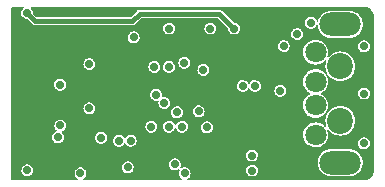
<source format=gbr>
G04 #@! TF.GenerationSoftware,KiCad,Pcbnew,6.0.11+dfsg-1*
G04 #@! TF.CreationDate,2023-04-16T09:36:04+08:00*
G04 #@! TF.ProjectId,stlink,73746c69-6e6b-42e6-9b69-6361645f7063,g*
G04 #@! TF.SameCoordinates,PX5c07920PY68e7780*
G04 #@! TF.FileFunction,Copper,L2,Inr*
G04 #@! TF.FilePolarity,Positive*
%FSLAX46Y46*%
G04 Gerber Fmt 4.6, Leading zero omitted, Abs format (unit mm)*
G04 Created by KiCad (PCBNEW 6.0.11+dfsg-1) date 2023-04-16 09:36:04*
%MOMM*%
%LPD*%
G01*
G04 APERTURE LIST*
G04 #@! TA.AperFunction,ComponentPad*
%ADD10C,1.800000*%
G04 #@! TD*
G04 #@! TA.AperFunction,ComponentPad*
%ADD11O,3.500000X2.000000*%
G04 #@! TD*
G04 #@! TA.AperFunction,ComponentPad*
%ADD12C,2.200000*%
G04 #@! TD*
G04 #@! TA.AperFunction,ViaPad*
%ADD13C,0.700000*%
G04 #@! TD*
G04 #@! TA.AperFunction,Conductor*
%ADD14C,0.381000*%
G04 #@! TD*
G04 APERTURE END LIST*
D10*
G04 #@! TO.N,VBUS*
G04 #@! TO.C,J1*
X38400000Y23500000D03*
G04 #@! TO.N,D-*
X38400000Y21000000D03*
G04 #@! TO.N,D+*
X38400000Y19000000D03*
G04 #@! TO.N,GND*
X38400000Y16500000D03*
D11*
X40500000Y14150000D03*
X40500000Y25850000D03*
D12*
X40500000Y17700000D03*
X40500000Y22300000D03*
G04 #@! TD*
D13*
G04 #@! TO.N,GND*
X36850000Y25037000D03*
X42500000Y24000000D03*
X42500000Y20000000D03*
X38000000Y26000000D03*
X24900000Y19900000D03*
X42500000Y15800000D03*
X16600000Y16300000D03*
X18500000Y13250000D03*
X27325000Y13250000D03*
X26000000Y22250000D03*
X35427600Y20236400D03*
X33040000Y13480000D03*
X19250000Y18750000D03*
X23000000Y24750000D03*
X35699941Y24018606D03*
X24750000Y22250000D03*
X19250000Y22500000D03*
G04 #@! TO.N,+5V*
X13990000Y26815000D03*
X31500000Y25500000D03*
G04 #@! TO.N,+3V3*
X34945000Y23132000D03*
X17286622Y17999861D03*
X33250000Y16250000D03*
X16000000Y24250000D03*
X24200000Y19200000D03*
X23000000Y23500000D03*
X33675000Y23132000D03*
X23000000Y14500000D03*
X29865000Y14750000D03*
X16000000Y25250000D03*
G04 #@! TO.N,D-*
X32230000Y20640000D03*
G04 #@! TO.N,D+*
X33260000Y20640000D03*
G04 #@! TO.N,LED*
X20250000Y16250000D03*
X27100000Y17200000D03*
G04 #@! TO.N,T_DIO*
X16772402Y20750000D03*
X28500000Y18500000D03*
G04 #@! TO.N,T_CLK*
X29210000Y17145000D03*
X26670000Y18415000D03*
G04 #@! TO.N,CLK*
X29500000Y25500000D03*
G04 #@! TO.N,T_RX*
X22750000Y16000000D03*
X14000000Y13500000D03*
G04 #@! TO.N,T_TX*
X21750000Y16000000D03*
G04 #@! TO.N,T_RST*
X16800000Y17300000D03*
X26000000Y17200000D03*
G04 #@! TO.N,T_SWO*
X25600000Y19200000D03*
G04 #@! TO.N,DIO*
X28900000Y22000000D03*
G04 #@! TO.N,B0*
X26000000Y25500000D03*
G04 #@! TO.N,RENUM*
X33000000Y14750000D03*
X27300000Y22600000D03*
G04 #@! TO.N,Net-(R10-Pad1)*
X24500000Y17200000D03*
X22500000Y13750000D03*
G04 #@! TO.N,Net-(JP1-Pad2)*
X26500000Y14000000D03*
G04 #@! TD*
D14*
G04 #@! TO.N,+5V*
X13990000Y26815000D02*
X14654999Y26150001D01*
X30250000Y26750000D02*
X31500000Y25500000D01*
X22900001Y26150001D02*
X23500000Y26750000D01*
X23500000Y26750000D02*
X30250000Y26750000D01*
X14654997Y26150003D02*
X22899990Y26150003D01*
G04 #@! TD*
G04 #@! TA.AperFunction,Conductor*
G04 #@! TO.N,+3V3*
G36*
X13679039Y27329507D02*
G01*
X13704759Y27284958D01*
X13695826Y27234300D01*
X13670828Y27208301D01*
X13665239Y27204775D01*
X13665235Y27204772D01*
X13660709Y27201916D01*
X13653550Y27193810D01*
X13568897Y27097959D01*
X13568895Y27097956D01*
X13565351Y27093943D01*
X13561822Y27086427D01*
X13513236Y26982942D01*
X13504129Y26963546D01*
X13481967Y26821207D01*
X13482661Y26815900D01*
X13482661Y26815897D01*
X13484402Y26802587D01*
X13500645Y26678370D01*
X13558662Y26546516D01*
X13562107Y26542418D01*
X13562108Y26542416D01*
X13603308Y26493403D01*
X13651354Y26436245D01*
X13771270Y26356423D01*
X13776388Y26354824D01*
X13903656Y26315062D01*
X13903659Y26315062D01*
X13908769Y26313465D01*
X13941813Y26312859D01*
X13977370Y26312207D01*
X14029165Y26290194D01*
X14399257Y25920102D01*
X14403690Y25915265D01*
X14430859Y25882886D01*
X14467387Y25861797D01*
X14467461Y25861754D01*
X14472993Y25858229D01*
X14502244Y25837747D01*
X14502246Y25837746D01*
X14507633Y25833974D01*
X14513987Y25832271D01*
X14517063Y25830837D01*
X14526838Y25826789D01*
X14530040Y25825624D01*
X14535736Y25822335D01*
X14542211Y25821193D01*
X14542212Y25821193D01*
X14577353Y25814997D01*
X14583759Y25813577D01*
X14624609Y25802631D01*
X14631161Y25803204D01*
X14631163Y25803204D01*
X14666743Y25806317D01*
X14673297Y25806603D01*
X22881708Y25806603D01*
X22888262Y25806317D01*
X22923838Y25803204D01*
X22923840Y25803204D01*
X22930392Y25802631D01*
X22971268Y25813584D01*
X22977674Y25815004D01*
X22998550Y25818685D01*
X23019251Y25822335D01*
X23024946Y25825623D01*
X23028210Y25826811D01*
X23038002Y25830868D01*
X23041011Y25832271D01*
X23047367Y25833974D01*
X23082070Y25858273D01*
X23087601Y25861797D01*
X23124128Y25882886D01*
X23151231Y25915186D01*
X23155663Y25920022D01*
X23620215Y26384574D01*
X23666835Y26406314D01*
X23673389Y26406600D01*
X30076611Y26406600D01*
X30124949Y26389007D01*
X30129785Y26384574D01*
X30971456Y25542903D01*
X30992847Y25499480D01*
X31010645Y25363370D01*
X31035953Y25305853D01*
X31059061Y25253337D01*
X31068662Y25231516D01*
X31072107Y25227418D01*
X31072108Y25227416D01*
X31116760Y25174296D01*
X31161354Y25121245D01*
X31281270Y25041423D01*
X31418769Y24998465D01*
X31492871Y24997107D01*
X31557436Y24995923D01*
X31557438Y24995923D01*
X31562798Y24995825D01*
X31567969Y24997235D01*
X31567971Y24997235D01*
X31657770Y25021717D01*
X31701779Y25033715D01*
X31717238Y25043207D01*
X36341967Y25043207D01*
X36342661Y25037900D01*
X36342661Y25037897D01*
X36348150Y24995923D01*
X36360645Y24900370D01*
X36418662Y24768516D01*
X36422107Y24764418D01*
X36422108Y24764416D01*
X36466812Y24711234D01*
X36511354Y24658245D01*
X36631270Y24578423D01*
X36768769Y24535465D01*
X36842871Y24534107D01*
X36907436Y24532923D01*
X36907438Y24532923D01*
X36912798Y24532825D01*
X36917969Y24534235D01*
X36917971Y24534235D01*
X37003805Y24557636D01*
X37051779Y24570715D01*
X37113253Y24608460D01*
X37169970Y24643284D01*
X37169973Y24643286D01*
X37174539Y24646090D01*
X37271210Y24752890D01*
X37276795Y24764416D01*
X37331682Y24877704D01*
X37331682Y24877705D01*
X37334020Y24882530D01*
X37357919Y25024587D01*
X37357959Y25027794D01*
X37357992Y25030568D01*
X37358071Y25037000D01*
X37357438Y25041423D01*
X37338409Y25174296D01*
X37338408Y25174300D01*
X37337649Y25179599D01*
X37321437Y25215257D01*
X37280245Y25305853D01*
X37278026Y25310734D01*
X37273538Y25315943D01*
X37187487Y25415810D01*
X37187484Y25415813D01*
X37183993Y25419864D01*
X37179502Y25422775D01*
X37067604Y25495303D01*
X37067603Y25495303D01*
X37063111Y25498215D01*
X36986402Y25521156D01*
X36930232Y25537955D01*
X36930229Y25537955D01*
X36925098Y25539490D01*
X36919743Y25539523D01*
X36919741Y25539523D01*
X36854524Y25539921D01*
X36781047Y25540370D01*
X36775897Y25538898D01*
X36775896Y25538898D01*
X36767572Y25536519D01*
X36642539Y25500785D01*
X36638013Y25497929D01*
X36638010Y25497928D01*
X36525237Y25426773D01*
X36520709Y25423916D01*
X36513550Y25415810D01*
X36428897Y25319959D01*
X36428895Y25319956D01*
X36425351Y25315943D01*
X36420614Y25305853D01*
X36374814Y25208303D01*
X36364129Y25185546D01*
X36341967Y25043207D01*
X31717238Y25043207D01*
X31754871Y25066314D01*
X31819970Y25106284D01*
X31819973Y25106286D01*
X31824539Y25109090D01*
X31921210Y25215890D01*
X31926795Y25227416D01*
X31981682Y25340704D01*
X31981682Y25340705D01*
X31984020Y25345530D01*
X32007919Y25487587D01*
X32008071Y25500000D01*
X32007659Y25502880D01*
X31988409Y25637296D01*
X31988408Y25637300D01*
X31987649Y25642599D01*
X31928026Y25773734D01*
X31920167Y25782855D01*
X31837487Y25878810D01*
X31837484Y25878813D01*
X31833993Y25882864D01*
X31829502Y25885775D01*
X31717604Y25958303D01*
X31717603Y25958303D01*
X31713111Y25961215D01*
X31624930Y25987587D01*
X31580232Y26000955D01*
X31580229Y26000955D01*
X31575098Y26002490D01*
X31569743Y26002523D01*
X31569741Y26002523D01*
X31546827Y26002663D01*
X31513464Y26002866D01*
X31504456Y26006207D01*
X37491967Y26006207D01*
X37492661Y26000900D01*
X37492661Y26000897D01*
X37494402Y25987587D01*
X37510645Y25863370D01*
X37546027Y25782959D01*
X37557994Y25755762D01*
X37568662Y25731516D01*
X37661354Y25621245D01*
X37683830Y25606284D01*
X37767891Y25550329D01*
X37781270Y25541423D01*
X37918769Y25498465D01*
X37992871Y25497107D01*
X38057436Y25495923D01*
X38057438Y25495923D01*
X38062798Y25495825D01*
X38067969Y25497235D01*
X38067971Y25497235D01*
X38168132Y25524542D01*
X38201779Y25533715D01*
X38254871Y25566314D01*
X38319970Y25606284D01*
X38319973Y25606286D01*
X38324539Y25609090D01*
X38421210Y25715890D01*
X38426795Y25727416D01*
X38453654Y25782855D01*
X38490562Y25818685D01*
X38541867Y25822408D01*
X38583562Y25792282D01*
X38595211Y25759068D01*
X38595730Y25759157D01*
X38596313Y25755766D01*
X38596313Y25755762D01*
X38614736Y25648546D01*
X38631613Y25550329D01*
X38704952Y25351537D01*
X38813289Y25169439D01*
X38815563Y25166846D01*
X38940752Y25024095D01*
X38952996Y25010133D01*
X38955702Y25007999D01*
X38955705Y25007997D01*
X39116691Y24881087D01*
X39116694Y24881085D01*
X39119396Y24878955D01*
X39122444Y24877352D01*
X39122446Y24877350D01*
X39303867Y24781899D01*
X39306914Y24780296D01*
X39310199Y24779276D01*
X39505983Y24718484D01*
X39505986Y24718483D01*
X39509272Y24717463D01*
X39512692Y24717058D01*
X39512693Y24717058D01*
X39545907Y24713127D01*
X39681316Y24697100D01*
X41303751Y24697100D01*
X41305446Y24697256D01*
X41305452Y24697256D01*
X41366450Y24702861D01*
X41460999Y24711549D01*
X41480533Y24717058D01*
X41504963Y24723948D01*
X41664932Y24769064D01*
X41668020Y24770587D01*
X41668023Y24770588D01*
X41761997Y24816931D01*
X41854969Y24862780D01*
X42024746Y24989558D01*
X42168575Y25145152D01*
X42190310Y25179599D01*
X42236321Y25252523D01*
X42281642Y25324352D01*
X42346766Y25487587D01*
X42358879Y25517947D01*
X42358880Y25517950D01*
X42360159Y25521156D01*
X42362658Y25533715D01*
X42400823Y25725590D01*
X42401496Y25728973D01*
X42404270Y25940843D01*
X42400770Y25961215D01*
X42368970Y26146279D01*
X42368970Y26146281D01*
X42368387Y26149671D01*
X42295048Y26348463D01*
X42186711Y26530561D01*
X42062367Y26672349D01*
X42049280Y26687272D01*
X42049278Y26687273D01*
X42047004Y26689867D01*
X42044298Y26692001D01*
X42044295Y26692003D01*
X41883309Y26818913D01*
X41883306Y26818915D01*
X41880604Y26821045D01*
X41877556Y26822648D01*
X41877554Y26822650D01*
X41696133Y26918101D01*
X41696132Y26918101D01*
X41693086Y26919704D01*
X41653901Y26931871D01*
X41494017Y26981516D01*
X41494014Y26981517D01*
X41490728Y26982537D01*
X41487308Y26982942D01*
X41487307Y26982942D01*
X41454093Y26986873D01*
X41318684Y27002900D01*
X39696249Y27002900D01*
X39694554Y27002744D01*
X39694548Y27002744D01*
X39633550Y26997139D01*
X39539001Y26988451D01*
X39535683Y26987515D01*
X39535682Y26987515D01*
X39516932Y26982227D01*
X39335068Y26930936D01*
X39331980Y26929413D01*
X39331977Y26929412D01*
X39309041Y26918101D01*
X39145031Y26837220D01*
X38975254Y26710442D01*
X38831425Y26554848D01*
X38718358Y26375648D01*
X38639841Y26178844D01*
X38639168Y26175460D01*
X38639167Y26175457D01*
X38633457Y26146751D01*
X38606771Y26102774D01*
X38558061Y26086240D01*
X38510119Y26104884D01*
X38488106Y26139405D01*
X38487649Y26142599D01*
X38428026Y26273734D01*
X38423538Y26278943D01*
X38337487Y26378810D01*
X38337484Y26378813D01*
X38333993Y26382864D01*
X38329502Y26385775D01*
X38217604Y26458303D01*
X38217603Y26458303D01*
X38213111Y26461215D01*
X38118764Y26489431D01*
X38080232Y26500955D01*
X38080229Y26500955D01*
X38075098Y26502490D01*
X38069743Y26502523D01*
X38069741Y26502523D01*
X38004524Y26502921D01*
X37931047Y26503370D01*
X37925897Y26501898D01*
X37925896Y26501898D01*
X37919255Y26500000D01*
X37792539Y26463785D01*
X37788013Y26460929D01*
X37788010Y26460928D01*
X37701906Y26406600D01*
X37670709Y26386916D01*
X37657930Y26372446D01*
X37578897Y26282959D01*
X37578895Y26282956D01*
X37575351Y26278943D01*
X37514129Y26148546D01*
X37491967Y26006207D01*
X31504456Y26006207D01*
X31465236Y26020754D01*
X31460750Y26024891D01*
X30505740Y26979901D01*
X30501307Y26984738D01*
X30478366Y27012078D01*
X30478365Y27012079D01*
X30474138Y27017117D01*
X30468444Y27020405D01*
X30468441Y27020407D01*
X30437529Y27038255D01*
X30432000Y27041778D01*
X30402757Y27062253D01*
X30402754Y27062254D01*
X30397366Y27066027D01*
X30391015Y27067729D01*
X30387935Y27069165D01*
X30378160Y27073213D01*
X30374960Y27074378D01*
X30369261Y27077668D01*
X30342002Y27082475D01*
X30327637Y27085008D01*
X30321235Y27086427D01*
X30286747Y27095667D01*
X30280391Y27097370D01*
X30273839Y27096797D01*
X30273837Y27096797D01*
X30238284Y27093686D01*
X30231730Y27093400D01*
X23518270Y27093400D01*
X23511716Y27093686D01*
X23476163Y27096797D01*
X23476161Y27096797D01*
X23469609Y27097370D01*
X23463253Y27095667D01*
X23428765Y27086427D01*
X23422363Y27085008D01*
X23407998Y27082475D01*
X23380739Y27077668D01*
X23375040Y27074378D01*
X23371840Y27073213D01*
X23362065Y27069165D01*
X23358985Y27067729D01*
X23352634Y27066027D01*
X23347246Y27062254D01*
X23347243Y27062253D01*
X23318000Y27041778D01*
X23312471Y27038255D01*
X23281559Y27020407D01*
X23281556Y27020405D01*
X23275862Y27017117D01*
X23271636Y27012081D01*
X23271634Y27012079D01*
X23248691Y26984736D01*
X23244259Y26979900D01*
X22779788Y26515429D01*
X22733168Y26493689D01*
X22726614Y26493403D01*
X14828386Y26493403D01*
X14780048Y26510996D01*
X14775212Y26515429D01*
X14519419Y26771222D01*
X14499508Y26815206D01*
X14498071Y26815000D01*
X14478409Y26952296D01*
X14478408Y26952300D01*
X14477649Y26957599D01*
X14474697Y26964093D01*
X14420245Y27083853D01*
X14418026Y27088734D01*
X14414122Y27093265D01*
X14327487Y27193810D01*
X14327484Y27193813D01*
X14323993Y27197864D01*
X14319502Y27200775D01*
X14307127Y27208796D01*
X14276134Y27249851D01*
X14278781Y27301223D01*
X14313830Y27338874D01*
X14348029Y27347100D01*
X42469968Y27347100D01*
X42489430Y27344538D01*
X42500000Y27341706D01*
X42509562Y27344268D01*
X42519462Y27344268D01*
X42519462Y27343581D01*
X42528336Y27344309D01*
X42657892Y27331549D01*
X42672348Y27328673D01*
X42817083Y27284768D01*
X42830698Y27279129D01*
X42962284Y27208796D01*
X42964093Y27207829D01*
X42976351Y27199638D01*
X43093265Y27103688D01*
X43103688Y27093265D01*
X43170317Y27012078D01*
X43192757Y26984736D01*
X43199638Y26976351D01*
X43207828Y26964094D01*
X43275644Y26837220D01*
X43279128Y26830701D01*
X43284768Y26817083D01*
X43328336Y26673460D01*
X43328673Y26672349D01*
X43331549Y26657892D01*
X43343835Y26533154D01*
X43344309Y26528337D01*
X43343581Y26519462D01*
X43344268Y26519462D01*
X43344268Y26509562D01*
X43341706Y26500000D01*
X43344268Y26490439D01*
X43344538Y26489431D01*
X43347100Y26469968D01*
X43347100Y13530032D01*
X43344538Y13510570D01*
X43341706Y13500000D01*
X43344268Y13490438D01*
X43344268Y13480538D01*
X43343581Y13480538D01*
X43344309Y13471664D01*
X43332197Y13348688D01*
X43331549Y13342109D01*
X43328673Y13327652D01*
X43288704Y13195890D01*
X43284769Y13182919D01*
X43279129Y13169302D01*
X43225052Y13068129D01*
X43207829Y13035907D01*
X43199638Y13023649D01*
X43103688Y12906735D01*
X43093265Y12896312D01*
X42976351Y12800362D01*
X42964094Y12792172D01*
X42830698Y12720871D01*
X42817083Y12715232D01*
X42672349Y12671327D01*
X42657892Y12668451D01*
X42528336Y12655691D01*
X42519462Y12656419D01*
X42519462Y12655732D01*
X42509562Y12655732D01*
X42500000Y12658294D01*
X42489431Y12655462D01*
X42469968Y12652900D01*
X27579920Y12652900D01*
X27531582Y12670493D01*
X27505862Y12715042D01*
X27514795Y12765700D01*
X27540572Y12792184D01*
X27644970Y12856284D01*
X27644973Y12856286D01*
X27649539Y12859090D01*
X27746210Y12965890D01*
X27751024Y12975825D01*
X27806682Y13090704D01*
X27806682Y13090705D01*
X27809020Y13095530D01*
X27832919Y13237587D01*
X27833071Y13250000D01*
X27832659Y13252880D01*
X27813409Y13387296D01*
X27813408Y13387300D01*
X27812649Y13392599D01*
X27807741Y13403395D01*
X27770088Y13486207D01*
X32531967Y13486207D01*
X32532661Y13480900D01*
X32532661Y13480897D01*
X32537666Y13442623D01*
X32550645Y13343370D01*
X32573209Y13292090D01*
X32597191Y13237587D01*
X32608662Y13211516D01*
X32612107Y13207418D01*
X32612108Y13207416D01*
X32665923Y13143396D01*
X32701354Y13101245D01*
X32723830Y13086284D01*
X32804921Y13032306D01*
X32821270Y13021423D01*
X32958769Y12978465D01*
X33032871Y12977107D01*
X33097436Y12975923D01*
X33097438Y12975923D01*
X33102798Y12975825D01*
X33107969Y12977235D01*
X33107971Y12977235D01*
X33191711Y13000065D01*
X33241779Y13013715D01*
X33334406Y13070588D01*
X33359970Y13086284D01*
X33359973Y13086286D01*
X33364539Y13089090D01*
X33397357Y13125346D01*
X33457612Y13191915D01*
X33461210Y13195890D01*
X33466795Y13207416D01*
X33521682Y13320704D01*
X33521682Y13320705D01*
X33524020Y13325530D01*
X33547919Y13467587D01*
X33547958Y13470715D01*
X33548035Y13477091D01*
X33548071Y13480000D01*
X33547659Y13482880D01*
X33528409Y13617296D01*
X33528408Y13617300D01*
X33527649Y13622599D01*
X33525397Y13627554D01*
X33475898Y13736420D01*
X33468026Y13753734D01*
X33461337Y13761497D01*
X33377487Y13858810D01*
X33377484Y13858813D01*
X33373993Y13862864D01*
X33369502Y13865775D01*
X33257604Y13938303D01*
X33257603Y13938303D01*
X33253111Y13941215D01*
X33172721Y13965257D01*
X33120232Y13980955D01*
X33120229Y13980955D01*
X33115098Y13982490D01*
X33109743Y13982523D01*
X33109741Y13982523D01*
X33044524Y13982921D01*
X32971047Y13983370D01*
X32965897Y13981898D01*
X32965896Y13981898D01*
X32907670Y13965257D01*
X32832539Y13943785D01*
X32828013Y13940929D01*
X32828010Y13940928D01*
X32736047Y13882903D01*
X32710709Y13866916D01*
X32703550Y13858810D01*
X32618897Y13762959D01*
X32618895Y13762956D01*
X32615351Y13758943D01*
X32554129Y13628546D01*
X32553305Y13623256D01*
X32553305Y13623255D01*
X32549811Y13600816D01*
X32531967Y13486207D01*
X27770088Y13486207D01*
X27753026Y13523734D01*
X27748538Y13528943D01*
X27662487Y13628810D01*
X27662484Y13628813D01*
X27658993Y13632864D01*
X27654502Y13635775D01*
X27542604Y13708303D01*
X27542603Y13708303D01*
X27538111Y13711215D01*
X27449930Y13737587D01*
X27405232Y13750955D01*
X27405229Y13750955D01*
X27400098Y13752490D01*
X27394743Y13752523D01*
X27394741Y13752523D01*
X27329524Y13752921D01*
X27256047Y13753370D01*
X27250897Y13751898D01*
X27250896Y13751898D01*
X27211015Y13740500D01*
X27117539Y13713785D01*
X27113013Y13710929D01*
X27113010Y13710928D01*
X27055827Y13674848D01*
X27005558Y13663934D01*
X26960034Y13687885D01*
X26940557Y13735495D01*
X26948023Y13771233D01*
X26984020Y13845530D01*
X27007919Y13987587D01*
X27008071Y14000000D01*
X27007659Y14002880D01*
X26999599Y14059157D01*
X38595730Y14059157D01*
X38596313Y14055765D01*
X38596313Y14055763D01*
X38608758Y13983337D01*
X38631613Y13850329D01*
X38704952Y13651537D01*
X38813289Y13469439D01*
X38815563Y13466846D01*
X38943726Y13320704D01*
X38952996Y13310133D01*
X38955702Y13307999D01*
X38955705Y13307997D01*
X39116691Y13181087D01*
X39116694Y13181085D01*
X39119396Y13178955D01*
X39122444Y13177352D01*
X39122446Y13177350D01*
X39295533Y13086284D01*
X39306914Y13080296D01*
X39310199Y13079276D01*
X39505983Y13018484D01*
X39505986Y13018483D01*
X39509272Y13017463D01*
X39512692Y13017058D01*
X39512693Y13017058D01*
X39540938Y13013715D01*
X39681316Y12997100D01*
X41303751Y12997100D01*
X41305446Y12997256D01*
X41305452Y12997256D01*
X41366450Y13002861D01*
X41460999Y13011549D01*
X41480533Y13017058D01*
X41549536Y13036519D01*
X41664932Y13069064D01*
X41668020Y13070587D01*
X41668023Y13070588D01*
X41779060Y13125346D01*
X41854969Y13162780D01*
X42024746Y13289558D01*
X42168575Y13445152D01*
X42182731Y13467587D01*
X42226223Y13536519D01*
X42281642Y13624352D01*
X42334880Y13757794D01*
X42358879Y13817947D01*
X42358880Y13817950D01*
X42360159Y13821156D01*
X42365008Y13845530D01*
X42400823Y14025590D01*
X42401496Y14028973D01*
X42404270Y14240843D01*
X42402961Y14248465D01*
X42368970Y14446279D01*
X42368970Y14446281D01*
X42368387Y14449671D01*
X42295048Y14648463D01*
X42186711Y14830561D01*
X42047004Y14989867D01*
X42044298Y14992001D01*
X42044295Y14992003D01*
X41883309Y15118913D01*
X41883306Y15118915D01*
X41880604Y15121045D01*
X41877556Y15122648D01*
X41877554Y15122650D01*
X41696133Y15218101D01*
X41696132Y15218101D01*
X41693086Y15219704D01*
X41589403Y15251898D01*
X41494017Y15281516D01*
X41494014Y15281517D01*
X41490728Y15282537D01*
X41487308Y15282942D01*
X41487307Y15282942D01*
X41454093Y15286873D01*
X41318684Y15302900D01*
X39696249Y15302900D01*
X39694554Y15302744D01*
X39694548Y15302744D01*
X39634597Y15297235D01*
X39539001Y15288451D01*
X39535683Y15287515D01*
X39535682Y15287515D01*
X39514411Y15281516D01*
X39335068Y15230936D01*
X39331980Y15229413D01*
X39331977Y15229412D01*
X39289173Y15208303D01*
X39145031Y15137220D01*
X38975254Y15010442D01*
X38831425Y14854848D01*
X38718358Y14675648D01*
X38706222Y14645229D01*
X38642864Y14486420D01*
X38639841Y14478844D01*
X38639168Y14475463D01*
X38639167Y14475458D01*
X38605131Y14304345D01*
X38598504Y14271027D01*
X38595730Y14059157D01*
X26999599Y14059157D01*
X26988409Y14137296D01*
X26988408Y14137300D01*
X26987649Y14142599D01*
X26957776Y14208303D01*
X26944545Y14237401D01*
X26928026Y14273734D01*
X26920640Y14282306D01*
X26837487Y14378810D01*
X26837484Y14378813D01*
X26833993Y14382864D01*
X26829502Y14385775D01*
X26717604Y14458303D01*
X26717603Y14458303D01*
X26713111Y14461215D01*
X26628832Y14486420D01*
X26580232Y14500955D01*
X26580229Y14500955D01*
X26575098Y14502490D01*
X26569743Y14502523D01*
X26569741Y14502523D01*
X26504524Y14502921D01*
X26431047Y14503370D01*
X26425897Y14501898D01*
X26425896Y14501898D01*
X26371739Y14486420D01*
X26292539Y14463785D01*
X26288013Y14460929D01*
X26288010Y14460928D01*
X26175237Y14389773D01*
X26170709Y14386916D01*
X26163550Y14378810D01*
X26078897Y14282959D01*
X26078895Y14282956D01*
X26075351Y14278943D01*
X26014129Y14148546D01*
X26013305Y14143256D01*
X26013305Y14143255D01*
X26011693Y14132903D01*
X25991967Y14006207D01*
X25992661Y14000900D01*
X25992661Y14000897D01*
X25995064Y13982523D01*
X26010645Y13863370D01*
X26018495Y13845530D01*
X26061034Y13748853D01*
X26068662Y13731516D01*
X26072107Y13727418D01*
X26072108Y13727416D01*
X26116296Y13674848D01*
X26161354Y13621245D01*
X26281270Y13541423D01*
X26418769Y13498465D01*
X26492871Y13497107D01*
X26557436Y13495923D01*
X26557438Y13495923D01*
X26562798Y13495825D01*
X26567969Y13497235D01*
X26567971Y13497235D01*
X26651953Y13520131D01*
X26701779Y13533715D01*
X26769644Y13575384D01*
X26820041Y13585684D01*
X26865269Y13561178D01*
X26884163Y13513334D01*
X26877062Y13479341D01*
X26841405Y13403395D01*
X26841404Y13403392D01*
X26839129Y13398546D01*
X26838305Y13393256D01*
X26838305Y13393255D01*
X26831366Y13348688D01*
X26816967Y13256207D01*
X26817661Y13250900D01*
X26817661Y13250897D01*
X26820732Y13227416D01*
X26835645Y13113370D01*
X26893662Y12981516D01*
X26897107Y12977418D01*
X26897108Y12977416D01*
X26902741Y12970715D01*
X26986354Y12871245D01*
X27008830Y12856284D01*
X27106270Y12791423D01*
X27104934Y12789417D01*
X27134544Y12759288D01*
X27138583Y12708007D01*
X27108714Y12666128D01*
X27066117Y12652900D01*
X18754920Y12652900D01*
X18706582Y12670493D01*
X18680862Y12715042D01*
X18689795Y12765700D01*
X18715572Y12792184D01*
X18819970Y12856284D01*
X18819973Y12856286D01*
X18824539Y12859090D01*
X18921210Y12965890D01*
X18926024Y12975825D01*
X18981682Y13090704D01*
X18981682Y13090705D01*
X18984020Y13095530D01*
X19007919Y13237587D01*
X19008071Y13250000D01*
X19007659Y13252880D01*
X18988409Y13387296D01*
X18988408Y13387300D01*
X18987649Y13392599D01*
X18982741Y13403395D01*
X18945088Y13486207D01*
X18928026Y13523734D01*
X18923538Y13528943D01*
X18837487Y13628810D01*
X18837484Y13628813D01*
X18833993Y13632864D01*
X18829502Y13635775D01*
X18717604Y13708303D01*
X18717603Y13708303D01*
X18713111Y13711215D01*
X18624930Y13737587D01*
X18580232Y13750955D01*
X18580229Y13750955D01*
X18575098Y13752490D01*
X18569743Y13752523D01*
X18569741Y13752523D01*
X18504524Y13752921D01*
X18431047Y13753370D01*
X18425897Y13751898D01*
X18425896Y13751898D01*
X18386015Y13740500D01*
X18292539Y13713785D01*
X18288013Y13710929D01*
X18288010Y13710928D01*
X18180756Y13643255D01*
X18170709Y13636916D01*
X18163550Y13628810D01*
X18078897Y13532959D01*
X18078895Y13532956D01*
X18075351Y13528943D01*
X18060464Y13497235D01*
X18016406Y13403395D01*
X18014129Y13398546D01*
X18013305Y13393256D01*
X18013305Y13393255D01*
X18006366Y13348688D01*
X17991967Y13256207D01*
X17992661Y13250900D01*
X17992661Y13250897D01*
X17995732Y13227416D01*
X18010645Y13113370D01*
X18068662Y12981516D01*
X18072107Y12977418D01*
X18072108Y12977416D01*
X18077741Y12970715D01*
X18161354Y12871245D01*
X18183830Y12856284D01*
X18281270Y12791423D01*
X18279934Y12789417D01*
X18309544Y12759288D01*
X18313583Y12708007D01*
X18283714Y12666128D01*
X18241117Y12652900D01*
X12728100Y12652900D01*
X12679762Y12670493D01*
X12654042Y12715042D01*
X12652900Y12728100D01*
X12652900Y13506207D01*
X13491967Y13506207D01*
X13492661Y13500900D01*
X13492661Y13500897D01*
X13495394Y13480000D01*
X13510645Y13363370D01*
X13568662Y13231516D01*
X13572107Y13227418D01*
X13572108Y13227416D01*
X13601950Y13191915D01*
X13661354Y13121245D01*
X13781270Y13041423D01*
X13918769Y12998465D01*
X13992871Y12997107D01*
X14057436Y12995923D01*
X14057438Y12995923D01*
X14062798Y12995825D01*
X14067969Y12997235D01*
X14067971Y12997235D01*
X14156692Y13021423D01*
X14201779Y13033715D01*
X14259350Y13069064D01*
X14319970Y13106284D01*
X14319973Y13106286D01*
X14324539Y13109090D01*
X14421210Y13215890D01*
X14426795Y13227416D01*
X14481682Y13340704D01*
X14481682Y13340705D01*
X14484020Y13345530D01*
X14507919Y13487587D01*
X14508071Y13500000D01*
X14507659Y13502880D01*
X14488409Y13637296D01*
X14488408Y13637300D01*
X14487649Y13642599D01*
X14483586Y13651537D01*
X14445412Y13735495D01*
X14435995Y13756207D01*
X21991967Y13756207D01*
X21992661Y13750900D01*
X21992661Y13750897D01*
X21995732Y13727416D01*
X22010645Y13613370D01*
X22068662Y13481516D01*
X22072107Y13477418D01*
X22072108Y13477416D01*
X22080370Y13467587D01*
X22161354Y13371245D01*
X22281270Y13291423D01*
X22418769Y13248465D01*
X22492871Y13247107D01*
X22557436Y13245923D01*
X22557438Y13245923D01*
X22562798Y13245825D01*
X22567969Y13247235D01*
X22567971Y13247235D01*
X22643695Y13267880D01*
X22701779Y13283715D01*
X22762021Y13320704D01*
X22819970Y13356284D01*
X22819973Y13356286D01*
X22824539Y13359090D01*
X22921210Y13465890D01*
X22926795Y13477416D01*
X22981682Y13590704D01*
X22981682Y13590705D01*
X22984020Y13595530D01*
X23007919Y13737587D01*
X23008071Y13750000D01*
X23007659Y13752880D01*
X22988409Y13887296D01*
X22988408Y13887300D01*
X22987649Y13892599D01*
X22964848Y13942749D01*
X22947476Y13980955D01*
X22928026Y14023734D01*
X22923512Y14028973D01*
X22837487Y14128810D01*
X22837484Y14128813D01*
X22833993Y14132864D01*
X22829502Y14135775D01*
X22717604Y14208303D01*
X22717603Y14208303D01*
X22713111Y14211215D01*
X22614043Y14240843D01*
X22580232Y14250955D01*
X22580229Y14250955D01*
X22575098Y14252490D01*
X22569743Y14252523D01*
X22569741Y14252523D01*
X22504524Y14252921D01*
X22431047Y14253370D01*
X22425897Y14251898D01*
X22425896Y14251898D01*
X22387215Y14240843D01*
X22292539Y14213785D01*
X22288013Y14210929D01*
X22288010Y14210928D01*
X22180756Y14143255D01*
X22170709Y14136916D01*
X22163550Y14128810D01*
X22078897Y14032959D01*
X22078895Y14032956D01*
X22075351Y14028943D01*
X22070614Y14018853D01*
X22034028Y13940928D01*
X22014129Y13898546D01*
X22013305Y13893256D01*
X22013305Y13893255D01*
X22006622Y13850329D01*
X21991967Y13756207D01*
X14435995Y13756207D01*
X14428026Y13773734D01*
X14423538Y13778943D01*
X14337487Y13878810D01*
X14337484Y13878813D01*
X14333993Y13882864D01*
X14329502Y13885775D01*
X14217604Y13958303D01*
X14217603Y13958303D01*
X14213111Y13961215D01*
X14124930Y13987587D01*
X14080232Y14000955D01*
X14080229Y14000955D01*
X14075098Y14002490D01*
X14069743Y14002523D01*
X14069741Y14002523D01*
X14004524Y14002921D01*
X13931047Y14003370D01*
X13925897Y14001898D01*
X13925896Y14001898D01*
X13886015Y13990500D01*
X13792539Y13963785D01*
X13788013Y13960929D01*
X13788010Y13960928D01*
X13680756Y13893255D01*
X13670709Y13886916D01*
X13663550Y13878810D01*
X13578897Y13782959D01*
X13578895Y13782956D01*
X13575351Y13778943D01*
X13564676Y13756207D01*
X13517052Y13654771D01*
X13514129Y13648546D01*
X13513305Y13643256D01*
X13513305Y13643255D01*
X13505942Y13595963D01*
X13491967Y13506207D01*
X12652900Y13506207D01*
X12652900Y14756207D01*
X32491967Y14756207D01*
X32492661Y14750900D01*
X32492661Y14750897D01*
X32493159Y14747091D01*
X32510645Y14613370D01*
X32552580Y14518065D01*
X32559061Y14503337D01*
X32568662Y14481516D01*
X32572107Y14477418D01*
X32572108Y14477416D01*
X32625923Y14413396D01*
X32661354Y14371245D01*
X32781270Y14291423D01*
X32918769Y14248465D01*
X32992871Y14247107D01*
X33057436Y14245923D01*
X33057438Y14245923D01*
X33062798Y14245825D01*
X33067969Y14247235D01*
X33067971Y14247235D01*
X33155239Y14271027D01*
X33201779Y14283715D01*
X33254871Y14316314D01*
X33319970Y14356284D01*
X33319973Y14356286D01*
X33324539Y14359090D01*
X33421210Y14465890D01*
X33426795Y14477416D01*
X33481682Y14590704D01*
X33481682Y14590705D01*
X33484020Y14595530D01*
X33507919Y14737587D01*
X33508071Y14750000D01*
X33507659Y14752880D01*
X33488409Y14887296D01*
X33488408Y14887300D01*
X33487649Y14892599D01*
X33428026Y15023734D01*
X33423538Y15028943D01*
X33337487Y15128810D01*
X33337484Y15128813D01*
X33333993Y15132864D01*
X33329502Y15135775D01*
X33217604Y15208303D01*
X33217603Y15208303D01*
X33213111Y15211215D01*
X33136912Y15234003D01*
X33080232Y15250955D01*
X33080229Y15250955D01*
X33075098Y15252490D01*
X33069743Y15252523D01*
X33069741Y15252523D01*
X33004524Y15252921D01*
X32931047Y15253370D01*
X32925897Y15251898D01*
X32925896Y15251898D01*
X32861793Y15233577D01*
X32792539Y15213785D01*
X32788013Y15210929D01*
X32788010Y15210928D01*
X32675237Y15139773D01*
X32670709Y15136916D01*
X32663550Y15128810D01*
X32578897Y15032959D01*
X32578895Y15032956D01*
X32575351Y15028943D01*
X32514129Y14898546D01*
X32491967Y14756207D01*
X12652900Y14756207D01*
X12652900Y16306207D01*
X16091967Y16306207D01*
X16092661Y16300900D01*
X16092661Y16300897D01*
X16097449Y16264285D01*
X16110645Y16163370D01*
X16168662Y16031516D01*
X16172107Y16027418D01*
X16172108Y16027416D01*
X16219770Y15970715D01*
X16261354Y15921245D01*
X16381270Y15841423D01*
X16518769Y15798465D01*
X16592871Y15797107D01*
X16657436Y15795923D01*
X16657438Y15795923D01*
X16662798Y15795825D01*
X16667969Y15797235D01*
X16667971Y15797235D01*
X16743695Y15817880D01*
X16801779Y15833715D01*
X16858738Y15868688D01*
X16919970Y15906284D01*
X16919973Y15906286D01*
X16924539Y15909090D01*
X16992994Y15984717D01*
X17017612Y16011915D01*
X17021210Y16015890D01*
X17026795Y16027416D01*
X17081682Y16140704D01*
X17081682Y16140705D01*
X17084020Y16145530D01*
X17102640Y16256207D01*
X19741967Y16256207D01*
X19742661Y16250900D01*
X19742661Y16250897D01*
X19743159Y16247091D01*
X19760645Y16113370D01*
X19818662Y15981516D01*
X19822107Y15977418D01*
X19822108Y15977416D01*
X19861842Y15930147D01*
X19911354Y15871245D01*
X19951694Y15844393D01*
X20022539Y15797235D01*
X20031270Y15791423D01*
X20168769Y15748465D01*
X20242871Y15747107D01*
X20307436Y15745923D01*
X20307438Y15745923D01*
X20312798Y15745825D01*
X20317969Y15747235D01*
X20317971Y15747235D01*
X20409501Y15772189D01*
X20451779Y15783715D01*
X20537779Y15836519D01*
X20569970Y15856284D01*
X20569973Y15856286D01*
X20574539Y15859090D01*
X20602642Y15890137D01*
X20667612Y15961915D01*
X20671210Y15965890D01*
X20676795Y15977416D01*
X20690744Y16006207D01*
X21241967Y16006207D01*
X21242661Y16000900D01*
X21242661Y16000897D01*
X21245732Y15977416D01*
X21260645Y15863370D01*
X21318662Y15731516D01*
X21322107Y15727418D01*
X21322108Y15727416D01*
X21331797Y15715890D01*
X21411354Y15621245D01*
X21531270Y15541423D01*
X21668769Y15498465D01*
X21742871Y15497107D01*
X21807436Y15495923D01*
X21807438Y15495923D01*
X21812798Y15495825D01*
X21817969Y15497235D01*
X21817971Y15497235D01*
X21935786Y15529355D01*
X21951779Y15533715D01*
X22004871Y15566314D01*
X22069970Y15606284D01*
X22069973Y15606286D01*
X22074539Y15609090D01*
X22171210Y15715890D01*
X22181127Y15736359D01*
X22218037Y15772189D01*
X22269342Y15775911D01*
X22311036Y15745784D01*
X22313903Y15740598D01*
X22316504Y15736420D01*
X22318662Y15731516D01*
X22322107Y15727418D01*
X22322108Y15727416D01*
X22331797Y15715890D01*
X22411354Y15621245D01*
X22531270Y15541423D01*
X22668769Y15498465D01*
X22742871Y15497107D01*
X22807436Y15495923D01*
X22807438Y15495923D01*
X22812798Y15495825D01*
X22817969Y15497235D01*
X22817971Y15497235D01*
X22935786Y15529355D01*
X22951779Y15533715D01*
X23004871Y15566314D01*
X23069970Y15606284D01*
X23069973Y15606286D01*
X23074539Y15609090D01*
X23171210Y15715890D01*
X23176795Y15727416D01*
X23231682Y15840704D01*
X23231682Y15840705D01*
X23234020Y15845530D01*
X23257919Y15987587D01*
X23258071Y16000000D01*
X23257659Y16002880D01*
X23238409Y16137296D01*
X23238408Y16137300D01*
X23237649Y16142599D01*
X23230438Y16158460D01*
X23187508Y16252880D01*
X23178026Y16273734D01*
X23173538Y16278943D01*
X23087487Y16378810D01*
X23087484Y16378813D01*
X23083993Y16382864D01*
X23079502Y16385775D01*
X22967604Y16458303D01*
X22967603Y16458303D01*
X22963111Y16461215D01*
X22886912Y16484003D01*
X22830232Y16500955D01*
X22830229Y16500955D01*
X22825098Y16502490D01*
X22819743Y16502523D01*
X22819741Y16502523D01*
X22754524Y16502921D01*
X22681047Y16503370D01*
X22675897Y16501898D01*
X22675896Y16501898D01*
X22669255Y16500000D01*
X22542539Y16463785D01*
X22538013Y16460929D01*
X22538010Y16460928D01*
X22430756Y16393255D01*
X22420709Y16386916D01*
X22413550Y16378810D01*
X22328897Y16282959D01*
X22328895Y16282956D01*
X22325351Y16278943D01*
X22323075Y16274096D01*
X22323072Y16274091D01*
X22318468Y16264285D01*
X22281998Y16228008D01*
X22230742Y16223660D01*
X22188684Y16253276D01*
X22181946Y16265112D01*
X22178026Y16273734D01*
X22173538Y16278943D01*
X22087487Y16378810D01*
X22087484Y16378813D01*
X22083993Y16382864D01*
X22079502Y16385775D01*
X21967604Y16458303D01*
X21967603Y16458303D01*
X21963111Y16461215D01*
X21886912Y16484003D01*
X21830232Y16500955D01*
X21830229Y16500955D01*
X21825098Y16502490D01*
X21819743Y16502523D01*
X21819741Y16502523D01*
X21754524Y16502921D01*
X21681047Y16503370D01*
X21675897Y16501898D01*
X21675896Y16501898D01*
X21669255Y16500000D01*
X21542539Y16463785D01*
X21538013Y16460929D01*
X21538010Y16460928D01*
X21430756Y16393255D01*
X21420709Y16386916D01*
X21413550Y16378810D01*
X21328897Y16282959D01*
X21328895Y16282956D01*
X21325351Y16278943D01*
X21314676Y16256207D01*
X21268784Y16158460D01*
X21264129Y16148546D01*
X21263305Y16143256D01*
X21263305Y16143255D01*
X21255942Y16095963D01*
X21241967Y16006207D01*
X20690744Y16006207D01*
X20731682Y16090704D01*
X20731682Y16090705D01*
X20734020Y16095530D01*
X20757919Y16237587D01*
X20758071Y16250000D01*
X20757602Y16253276D01*
X20738409Y16387296D01*
X20738408Y16387300D01*
X20737649Y16392599D01*
X20707776Y16458303D01*
X20682101Y16514772D01*
X37342108Y16514772D01*
X37342416Y16511104D01*
X37342416Y16511101D01*
X37353525Y16378810D01*
X37359386Y16309012D01*
X37416301Y16110526D01*
X37510685Y15926875D01*
X37638942Y15765055D01*
X37641736Y15762677D01*
X37641737Y15762676D01*
X37701381Y15711915D01*
X37796188Y15631228D01*
X37799389Y15629439D01*
X37799392Y15629437D01*
X37819361Y15618277D01*
X37976433Y15530493D01*
X37979934Y15529356D01*
X37979935Y15529355D01*
X38021376Y15515890D01*
X38172811Y15466686D01*
X38244999Y15458078D01*
X38374185Y15442673D01*
X38374187Y15442673D01*
X38377843Y15442237D01*
X38583719Y15458078D01*
X38723963Y15497235D01*
X38779052Y15512616D01*
X38779054Y15512617D01*
X38782597Y15513606D01*
X38966902Y15606705D01*
X39112828Y15720715D01*
X39126715Y15731565D01*
X39129614Y15733830D01*
X39192088Y15806207D01*
X41991967Y15806207D01*
X41992661Y15800900D01*
X41992661Y15800897D01*
X41996415Y15772189D01*
X42010645Y15663370D01*
X42036308Y15605046D01*
X42066461Y15536519D01*
X42068662Y15531516D01*
X42072107Y15527418D01*
X42072108Y15527416D01*
X42097478Y15497235D01*
X42161354Y15421245D01*
X42281270Y15341423D01*
X42418769Y15298465D01*
X42492871Y15297107D01*
X42557436Y15295923D01*
X42557438Y15295923D01*
X42562798Y15295825D01*
X42567969Y15297235D01*
X42567971Y15297235D01*
X42643695Y15317880D01*
X42701779Y15333715D01*
X42754871Y15366314D01*
X42819970Y15406284D01*
X42819973Y15406286D01*
X42824539Y15409090D01*
X42854799Y15442520D01*
X42917612Y15511915D01*
X42921210Y15515890D01*
X42926795Y15527416D01*
X42981682Y15640704D01*
X42981682Y15640705D01*
X42984020Y15645530D01*
X43007919Y15787587D01*
X43008071Y15800000D01*
X43007659Y15802880D01*
X42988409Y15937296D01*
X42988408Y15937300D01*
X42987649Y15942599D01*
X42977060Y15965890D01*
X42947221Y16031516D01*
X42928026Y16073734D01*
X42923538Y16078943D01*
X42837487Y16178810D01*
X42837484Y16178813D01*
X42833993Y16182864D01*
X42829502Y16185775D01*
X42717604Y16258303D01*
X42717603Y16258303D01*
X42713111Y16261215D01*
X42624930Y16287587D01*
X42580232Y16300955D01*
X42580229Y16300955D01*
X42575098Y16302490D01*
X42569743Y16302523D01*
X42569741Y16302523D01*
X42504524Y16302921D01*
X42431047Y16303370D01*
X42425897Y16301898D01*
X42425896Y16301898D01*
X42386015Y16290500D01*
X42292539Y16263785D01*
X42288013Y16260929D01*
X42288010Y16260928D01*
X42175237Y16189773D01*
X42170709Y16186916D01*
X42163550Y16178810D01*
X42078897Y16082959D01*
X42078895Y16082956D01*
X42075351Y16078943D01*
X42072636Y16073160D01*
X42027684Y15977416D01*
X42014129Y15948546D01*
X41991967Y15806207D01*
X39192088Y15806207D01*
X39264535Y15890137D01*
X39310310Y15970715D01*
X39364711Y16066478D01*
X39364712Y16066479D01*
X39366527Y16069675D01*
X39431703Y16265603D01*
X39436049Y16300000D01*
X39457319Y16468370D01*
X39457583Y16470459D01*
X39457995Y16500000D01*
X39456188Y16518434D01*
X39438206Y16701832D01*
X39438205Y16701837D01*
X39437846Y16705499D01*
X39399950Y16831016D01*
X39402821Y16882375D01*
X39438034Y16919873D01*
X39489112Y16925964D01*
X39532406Y16896651D01*
X39532562Y16896782D01*
X39533022Y16896234D01*
X39533540Y16895883D01*
X39536557Y16891575D01*
X39691575Y16736557D01*
X39871157Y16610812D01*
X39874134Y16609424D01*
X40066866Y16519551D01*
X40066872Y16519549D01*
X40069846Y16518162D01*
X40073017Y16517312D01*
X40073018Y16517312D01*
X40096198Y16511101D01*
X40281605Y16461421D01*
X40500000Y16442314D01*
X40718395Y16461421D01*
X40903802Y16511101D01*
X40926982Y16517312D01*
X40926983Y16517312D01*
X40930154Y16518162D01*
X40933128Y16519549D01*
X40933134Y16519551D01*
X41125866Y16609424D01*
X41128843Y16610812D01*
X41308425Y16736557D01*
X41463443Y16891575D01*
X41589188Y17071157D01*
X41622265Y17142091D01*
X41680449Y17266866D01*
X41680451Y17266872D01*
X41681838Y17269846D01*
X41738579Y17481605D01*
X41757686Y17700000D01*
X41738579Y17918395D01*
X41681838Y18130154D01*
X41680451Y18133128D01*
X41680449Y18133134D01*
X41612724Y18278370D01*
X41589188Y18328843D01*
X41463443Y18508425D01*
X41308425Y18663443D01*
X41128843Y18789188D01*
X41066461Y18818277D01*
X40933134Y18880449D01*
X40933128Y18880451D01*
X40930154Y18881838D01*
X40926180Y18882903D01*
X40887545Y18893255D01*
X40718395Y18938579D01*
X40500000Y18957686D01*
X40281605Y18938579D01*
X40112455Y18893255D01*
X40073821Y18882903D01*
X40069846Y18881838D01*
X40066872Y18880451D01*
X40066866Y18880449D01*
X39933539Y18818277D01*
X39871157Y18789188D01*
X39691575Y18663443D01*
X39536557Y18508425D01*
X39410812Y18328843D01*
X39387276Y18278370D01*
X39319551Y18133134D01*
X39319549Y18133128D01*
X39318162Y18130154D01*
X39261421Y17918395D01*
X39242314Y17700000D01*
X39261421Y17481605D01*
X39317594Y17271966D01*
X39318162Y17269846D01*
X39317594Y17269694D01*
X39317597Y17220802D01*
X39284535Y17181395D01*
X39233877Y17172460D01*
X39188655Y17198989D01*
X39153045Y17242651D01*
X39153044Y17242652D01*
X39150722Y17245499D01*
X38991623Y17377118D01*
X38809990Y17475327D01*
X38612739Y17536386D01*
X38484065Y17549910D01*
X38411041Y17557585D01*
X38411039Y17557585D01*
X38407386Y17557969D01*
X38201752Y17539255D01*
X38102710Y17510105D01*
X38007197Y17481995D01*
X38007194Y17481994D01*
X38003668Y17480956D01*
X38000411Y17479253D01*
X38000408Y17479252D01*
X37823940Y17386996D01*
X37820681Y17385292D01*
X37817815Y17382987D01*
X37817814Y17382987D01*
X37699160Y17287587D01*
X37659760Y17255909D01*
X37527034Y17097732D01*
X37427559Y16916789D01*
X37365125Y16719970D01*
X37342108Y16514772D01*
X20682101Y16514772D01*
X20680245Y16518853D01*
X20678026Y16523734D01*
X20673538Y16528943D01*
X20587487Y16628810D01*
X20587484Y16628813D01*
X20583993Y16632864D01*
X20579502Y16635775D01*
X20467604Y16708303D01*
X20467603Y16708303D01*
X20463111Y16711215D01*
X20367450Y16739824D01*
X20330232Y16750955D01*
X20330229Y16750955D01*
X20325098Y16752490D01*
X20319743Y16752523D01*
X20319741Y16752523D01*
X20254524Y16752921D01*
X20181047Y16753370D01*
X20175897Y16751898D01*
X20175896Y16751898D01*
X20130364Y16738885D01*
X20042539Y16713785D01*
X20038013Y16710929D01*
X20038010Y16710928D01*
X19930933Y16643367D01*
X19920709Y16636916D01*
X19913550Y16628810D01*
X19828897Y16532959D01*
X19828895Y16532956D01*
X19825351Y16528943D01*
X19820614Y16518853D01*
X19784813Y16442600D01*
X19764129Y16398546D01*
X19763305Y16393256D01*
X19763305Y16393255D01*
X19761693Y16382903D01*
X19741967Y16256207D01*
X17102640Y16256207D01*
X17107919Y16287587D01*
X17108071Y16300000D01*
X17107659Y16302880D01*
X17088409Y16437296D01*
X17088408Y16437300D01*
X17087649Y16442599D01*
X17079316Y16460928D01*
X17030245Y16568853D01*
X17028026Y16573734D01*
X17023538Y16578943D01*
X16937487Y16678810D01*
X16937484Y16678813D01*
X16933993Y16682864D01*
X16929503Y16685774D01*
X16925461Y16689300D01*
X16926695Y16690714D01*
X16900314Y16725660D01*
X16902962Y16777032D01*
X16938011Y16814683D01*
X16952430Y16820261D01*
X16996608Y16832305D01*
X16996610Y16832306D01*
X17001779Y16833715D01*
X17079474Y16881420D01*
X17119970Y16906284D01*
X17119973Y16906286D01*
X17124539Y16909090D01*
X17135062Y16920715D01*
X17217612Y17011915D01*
X17221210Y17015890D01*
X17226795Y17027416D01*
X17281682Y17140704D01*
X17281682Y17140705D01*
X17284020Y17145530D01*
X17294228Y17206207D01*
X23991967Y17206207D01*
X23992661Y17200900D01*
X23992661Y17200897D01*
X23998467Y17156497D01*
X24010645Y17063370D01*
X24068662Y16931516D01*
X24072107Y16927418D01*
X24072108Y16927416D01*
X24109969Y16882375D01*
X24161354Y16821245D01*
X24195576Y16798465D01*
X24264595Y16752523D01*
X24281270Y16741423D01*
X24418769Y16698465D01*
X24492871Y16697107D01*
X24557436Y16695923D01*
X24557438Y16695923D01*
X24562798Y16695825D01*
X24567969Y16697235D01*
X24567971Y16697235D01*
X24672233Y16725660D01*
X24701779Y16733715D01*
X24785370Y16785040D01*
X24819970Y16806284D01*
X24819973Y16806286D01*
X24824539Y16809090D01*
X24921210Y16915890D01*
X24923805Y16921245D01*
X24981682Y17040704D01*
X24981682Y17040705D01*
X24984020Y17045530D01*
X25007919Y17187587D01*
X25008071Y17200000D01*
X25007659Y17202880D01*
X25007183Y17206207D01*
X25491967Y17206207D01*
X25492661Y17200900D01*
X25492661Y17200897D01*
X25498467Y17156497D01*
X25510645Y17063370D01*
X25568662Y16931516D01*
X25572107Y16927418D01*
X25572108Y16927416D01*
X25609969Y16882375D01*
X25661354Y16821245D01*
X25695576Y16798465D01*
X25764595Y16752523D01*
X25781270Y16741423D01*
X25918769Y16698465D01*
X25992871Y16697107D01*
X26057436Y16695923D01*
X26057438Y16695923D01*
X26062798Y16695825D01*
X26067969Y16697235D01*
X26067971Y16697235D01*
X26172233Y16725660D01*
X26201779Y16733715D01*
X26285370Y16785040D01*
X26319970Y16806284D01*
X26319973Y16806286D01*
X26324539Y16809090D01*
X26421210Y16915890D01*
X26483534Y17044527D01*
X26520440Y17080354D01*
X26571745Y17084077D01*
X26613440Y17053951D01*
X26620037Y17042024D01*
X26668662Y16931516D01*
X26672107Y16927418D01*
X26672108Y16927416D01*
X26709969Y16882375D01*
X26761354Y16821245D01*
X26795576Y16798465D01*
X26864595Y16752523D01*
X26881270Y16741423D01*
X27018769Y16698465D01*
X27092871Y16697107D01*
X27157436Y16695923D01*
X27157438Y16695923D01*
X27162798Y16695825D01*
X27167969Y16697235D01*
X27167971Y16697235D01*
X27272233Y16725660D01*
X27301779Y16733715D01*
X27385370Y16785040D01*
X27419970Y16806284D01*
X27419973Y16806286D01*
X27424539Y16809090D01*
X27521210Y16915890D01*
X27523805Y16921245D01*
X27581682Y17040704D01*
X27581682Y17040705D01*
X27584020Y17045530D01*
X27601799Y17151207D01*
X28701967Y17151207D01*
X28702661Y17145900D01*
X28702661Y17145897D01*
X28708960Y17097732D01*
X28720645Y17008370D01*
X28756266Y16927416D01*
X28766934Y16903171D01*
X28778662Y16876516D01*
X28782107Y16872418D01*
X28782108Y16872416D01*
X28821675Y16825346D01*
X28871354Y16766245D01*
X28893830Y16751284D01*
X28984824Y16690714D01*
X28991270Y16686423D01*
X29128769Y16643465D01*
X29202871Y16642107D01*
X29267436Y16640923D01*
X29267438Y16640923D01*
X29272798Y16640825D01*
X29277969Y16642235D01*
X29277971Y16642235D01*
X29353695Y16662880D01*
X29411779Y16678715D01*
X29484681Y16723477D01*
X29529970Y16751284D01*
X29529973Y16751286D01*
X29534539Y16754090D01*
X29540729Y16760928D01*
X29627612Y16856915D01*
X29631210Y16860890D01*
X29636795Y16872416D01*
X29691682Y16985704D01*
X29691682Y16985705D01*
X29694020Y16990530D01*
X29717919Y17132587D01*
X29718071Y17145000D01*
X29717659Y17147880D01*
X29698409Y17282296D01*
X29698408Y17282300D01*
X29697649Y17287599D01*
X29693334Y17297091D01*
X29640245Y17413853D01*
X29638026Y17418734D01*
X29633538Y17423943D01*
X29547487Y17523810D01*
X29547484Y17523813D01*
X29543993Y17527864D01*
X29539502Y17530775D01*
X29427604Y17603303D01*
X29427603Y17603303D01*
X29423111Y17606215D01*
X29346912Y17629003D01*
X29290232Y17645955D01*
X29290229Y17645955D01*
X29285098Y17647490D01*
X29279743Y17647523D01*
X29279741Y17647523D01*
X29214524Y17647921D01*
X29141047Y17648370D01*
X29135897Y17646898D01*
X29135896Y17646898D01*
X29071793Y17628577D01*
X29002539Y17608785D01*
X28998013Y17605929D01*
X28998010Y17605928D01*
X28886071Y17535299D01*
X28880709Y17531916D01*
X28873550Y17523810D01*
X28788897Y17427959D01*
X28788895Y17427956D01*
X28785351Y17423943D01*
X28780614Y17413853D01*
X28753882Y17356916D01*
X28724129Y17293546D01*
X28701967Y17151207D01*
X27601799Y17151207D01*
X27607919Y17187587D01*
X27608071Y17200000D01*
X27607659Y17202880D01*
X27588409Y17337296D01*
X27588408Y17337300D01*
X27587649Y17342599D01*
X27571955Y17377118D01*
X27530245Y17468853D01*
X27528026Y17473734D01*
X27524528Y17477794D01*
X27437487Y17578810D01*
X27437484Y17578813D01*
X27433993Y17582864D01*
X27429502Y17585775D01*
X27317604Y17658303D01*
X27317603Y17658303D01*
X27313111Y17661215D01*
X27230989Y17685775D01*
X27180232Y17700955D01*
X27180229Y17700955D01*
X27175098Y17702490D01*
X27169743Y17702523D01*
X27169741Y17702523D01*
X27104524Y17702921D01*
X27031047Y17703370D01*
X27025897Y17701898D01*
X27025896Y17701898D01*
X27019255Y17700000D01*
X26892539Y17663785D01*
X26888013Y17660929D01*
X26888010Y17660928D01*
X26807702Y17610257D01*
X26770709Y17586916D01*
X26763668Y17578943D01*
X26678897Y17482959D01*
X26678895Y17482956D01*
X26675351Y17478943D01*
X26673075Y17474095D01*
X26673073Y17474092D01*
X26617667Y17356082D01*
X26581198Y17319804D01*
X26529942Y17315455D01*
X26487883Y17345070D01*
X26481140Y17356916D01*
X26430245Y17468853D01*
X26428026Y17473734D01*
X26424528Y17477794D01*
X26337487Y17578810D01*
X26337484Y17578813D01*
X26333993Y17582864D01*
X26329502Y17585775D01*
X26217604Y17658303D01*
X26217603Y17658303D01*
X26213111Y17661215D01*
X26130989Y17685775D01*
X26080232Y17700955D01*
X26080229Y17700955D01*
X26075098Y17702490D01*
X26069743Y17702523D01*
X26069741Y17702523D01*
X26004524Y17702921D01*
X25931047Y17703370D01*
X25925897Y17701898D01*
X25925896Y17701898D01*
X25919255Y17700000D01*
X25792539Y17663785D01*
X25788013Y17660929D01*
X25788010Y17660928D01*
X25707702Y17610257D01*
X25670709Y17586916D01*
X25663668Y17578943D01*
X25578897Y17482959D01*
X25578895Y17482956D01*
X25575351Y17478943D01*
X25514129Y17348546D01*
X25513305Y17343256D01*
X25513305Y17343255D01*
X25507537Y17306207D01*
X25491967Y17206207D01*
X25007183Y17206207D01*
X24988409Y17337296D01*
X24988408Y17337300D01*
X24987649Y17342599D01*
X24971955Y17377118D01*
X24930245Y17468853D01*
X24928026Y17473734D01*
X24924528Y17477794D01*
X24837487Y17578810D01*
X24837484Y17578813D01*
X24833993Y17582864D01*
X24829502Y17585775D01*
X24717604Y17658303D01*
X24717603Y17658303D01*
X24713111Y17661215D01*
X24630989Y17685775D01*
X24580232Y17700955D01*
X24580229Y17700955D01*
X24575098Y17702490D01*
X24569743Y17702523D01*
X24569741Y17702523D01*
X24504524Y17702921D01*
X24431047Y17703370D01*
X24425897Y17701898D01*
X24425896Y17701898D01*
X24419255Y17700000D01*
X24292539Y17663785D01*
X24288013Y17660929D01*
X24288010Y17660928D01*
X24207702Y17610257D01*
X24170709Y17586916D01*
X24163668Y17578943D01*
X24078897Y17482959D01*
X24078895Y17482956D01*
X24075351Y17478943D01*
X24014129Y17348546D01*
X24013305Y17343256D01*
X24013305Y17343255D01*
X24007537Y17306207D01*
X23991967Y17206207D01*
X17294228Y17206207D01*
X17307919Y17287587D01*
X17308071Y17300000D01*
X17307659Y17302880D01*
X17288409Y17437296D01*
X17288408Y17437300D01*
X17287649Y17442599D01*
X17273564Y17473579D01*
X17244175Y17538216D01*
X17228026Y17573734D01*
X17224528Y17577794D01*
X17137487Y17678810D01*
X17137484Y17678813D01*
X17133993Y17682864D01*
X17129502Y17685775D01*
X17017604Y17758303D01*
X17017603Y17758303D01*
X17013111Y17761215D01*
X16936912Y17784003D01*
X16880232Y17800955D01*
X16880229Y17800955D01*
X16875098Y17802490D01*
X16869743Y17802523D01*
X16869741Y17802523D01*
X16804524Y17802921D01*
X16731047Y17803370D01*
X16725897Y17801898D01*
X16725896Y17801898D01*
X16661793Y17783578D01*
X16592539Y17763785D01*
X16588013Y17760929D01*
X16588010Y17760928D01*
X16495392Y17702490D01*
X16470709Y17686916D01*
X16463550Y17678810D01*
X16378897Y17582959D01*
X16378895Y17582956D01*
X16375351Y17578943D01*
X16355551Y17536770D01*
X16328162Y17478434D01*
X16314129Y17448546D01*
X16313305Y17443256D01*
X16313305Y17443255D01*
X16309487Y17418734D01*
X16291967Y17306207D01*
X16292661Y17300900D01*
X16292661Y17300897D01*
X16298544Y17255909D01*
X16310645Y17163370D01*
X16368662Y17031516D01*
X16461354Y16921245D01*
X16465813Y16918277D01*
X16465814Y16918276D01*
X16470697Y16915026D01*
X16501188Y16873597D01*
X16497915Y16822262D01*
X16462411Y16785040D01*
X16449694Y16780120D01*
X16392539Y16763785D01*
X16388013Y16760929D01*
X16388010Y16760928D01*
X16284984Y16695923D01*
X16270709Y16686916D01*
X16265943Y16681519D01*
X16178897Y16582959D01*
X16178895Y16582956D01*
X16175351Y16578943D01*
X16170614Y16568853D01*
X16120040Y16461135D01*
X16114129Y16448546D01*
X16113305Y16443256D01*
X16113305Y16443255D01*
X16112377Y16437296D01*
X16091967Y16306207D01*
X12652900Y16306207D01*
X12652900Y18756207D01*
X18741967Y18756207D01*
X18742661Y18750900D01*
X18742661Y18750897D01*
X18743159Y18747091D01*
X18760645Y18613370D01*
X18818662Y18481516D01*
X18911354Y18371245D01*
X19031270Y18291423D01*
X19168769Y18248465D01*
X19242871Y18247107D01*
X19307436Y18245923D01*
X19307438Y18245923D01*
X19312798Y18245825D01*
X19317969Y18247235D01*
X19317971Y18247235D01*
X19393890Y18267933D01*
X19451779Y18283715D01*
X19544595Y18340704D01*
X19569970Y18356284D01*
X19569973Y18356286D01*
X19574539Y18359090D01*
X19602642Y18390137D01*
X19630765Y18421207D01*
X26161967Y18421207D01*
X26162661Y18415900D01*
X26162661Y18415897D01*
X26163159Y18412091D01*
X26180645Y18278370D01*
X26238662Y18146516D01*
X26242107Y18142418D01*
X26242108Y18142416D01*
X26272126Y18106705D01*
X26331354Y18036245D01*
X26451270Y17956423D01*
X26588769Y17913465D01*
X26662871Y17912107D01*
X26727436Y17910923D01*
X26727438Y17910923D01*
X26732798Y17910825D01*
X26737969Y17912235D01*
X26737971Y17912235D01*
X26813695Y17932880D01*
X26871779Y17948715D01*
X26948665Y17995923D01*
X26989970Y18021284D01*
X26989973Y18021286D01*
X26994539Y18024090D01*
X27001960Y18032288D01*
X27087612Y18126915D01*
X27091210Y18130890D01*
X27096795Y18142416D01*
X27151682Y18255704D01*
X27151682Y18255705D01*
X27154020Y18260530D01*
X27177919Y18402587D01*
X27178071Y18415000D01*
X27177659Y18417880D01*
X27165010Y18506207D01*
X27991967Y18506207D01*
X27992661Y18500900D01*
X27992661Y18500897D01*
X27995732Y18477416D01*
X28010645Y18363370D01*
X28068662Y18231516D01*
X28161354Y18121245D01*
X28281270Y18041423D01*
X28418769Y17998465D01*
X28492871Y17997107D01*
X28557436Y17995923D01*
X28557438Y17995923D01*
X28562798Y17995825D01*
X28567969Y17997235D01*
X28567971Y17997235D01*
X28685786Y18029355D01*
X28701779Y18033715D01*
X28754871Y18066314D01*
X28819970Y18106284D01*
X28819973Y18106286D01*
X28824539Y18109090D01*
X28840674Y18126915D01*
X28917612Y18211915D01*
X28921210Y18215890D01*
X28926795Y18227416D01*
X28981682Y18340704D01*
X28981682Y18340705D01*
X28984020Y18345530D01*
X29007919Y18487587D01*
X29008071Y18500000D01*
X29007659Y18502880D01*
X28988409Y18637296D01*
X28988408Y18637300D01*
X28987649Y18642599D01*
X28979231Y18661115D01*
X28945766Y18734717D01*
X28928026Y18773734D01*
X28923538Y18778943D01*
X28837487Y18878810D01*
X28837484Y18878813D01*
X28833993Y18882864D01*
X28829502Y18885775D01*
X28717604Y18958303D01*
X28717603Y18958303D01*
X28713111Y18961215D01*
X28636912Y18984003D01*
X28580232Y19000955D01*
X28580229Y19000955D01*
X28575098Y19002490D01*
X28569743Y19002523D01*
X28569741Y19002523D01*
X28504524Y19002921D01*
X28431047Y19003370D01*
X28425897Y19001898D01*
X28425896Y19001898D01*
X28419255Y19000000D01*
X28292539Y18963785D01*
X28288013Y18960929D01*
X28288010Y18960928D01*
X28180756Y18893255D01*
X28170709Y18886916D01*
X28153732Y18867693D01*
X28078897Y18782959D01*
X28078895Y18782956D01*
X28075351Y18778943D01*
X28014129Y18648546D01*
X28013305Y18643256D01*
X28013305Y18643255D01*
X28005942Y18595963D01*
X27991967Y18506207D01*
X27165010Y18506207D01*
X27158409Y18552296D01*
X27158408Y18552300D01*
X27157649Y18557599D01*
X27152159Y18569675D01*
X27100245Y18683853D01*
X27098026Y18688734D01*
X27090701Y18697235D01*
X27007487Y18793810D01*
X27007484Y18793813D01*
X27003993Y18797864D01*
X26999502Y18800775D01*
X26887604Y18873303D01*
X26887603Y18873303D01*
X26883111Y18876215D01*
X26792238Y18903392D01*
X26750232Y18915955D01*
X26750229Y18915955D01*
X26745098Y18917490D01*
X26739743Y18917523D01*
X26739741Y18917523D01*
X26674524Y18917921D01*
X26601047Y18918370D01*
X26595897Y18916898D01*
X26595896Y18916898D01*
X26592369Y18915890D01*
X26462539Y18878785D01*
X26458013Y18875929D01*
X26458010Y18875928D01*
X26358381Y18813066D01*
X26340709Y18801916D01*
X26333550Y18793810D01*
X26248897Y18697959D01*
X26248895Y18697956D01*
X26245351Y18693943D01*
X26240614Y18683853D01*
X26187007Y18569675D01*
X26184129Y18563546D01*
X26161967Y18421207D01*
X19630765Y18421207D01*
X19667612Y18461915D01*
X19671210Y18465890D01*
X19676795Y18477416D01*
X19731682Y18590704D01*
X19731682Y18590705D01*
X19734020Y18595530D01*
X19757919Y18737587D01*
X19758071Y18750000D01*
X19757659Y18752880D01*
X19738409Y18887296D01*
X19738408Y18887300D01*
X19737649Y18892599D01*
X19727060Y18915890D01*
X19680245Y19018853D01*
X19678026Y19023734D01*
X19673538Y19028943D01*
X19587487Y19128810D01*
X19587484Y19128813D01*
X19583993Y19132864D01*
X19579502Y19135775D01*
X19467604Y19208303D01*
X19467603Y19208303D01*
X19463111Y19211215D01*
X19386912Y19234003D01*
X19330232Y19250955D01*
X19330229Y19250955D01*
X19325098Y19252490D01*
X19319743Y19252523D01*
X19319741Y19252523D01*
X19254524Y19252921D01*
X19181047Y19253370D01*
X19175897Y19251898D01*
X19175896Y19251898D01*
X19111793Y19233578D01*
X19042539Y19213785D01*
X19038013Y19210929D01*
X19038010Y19210928D01*
X18925237Y19139773D01*
X18920709Y19136916D01*
X18913550Y19128810D01*
X18828897Y19032959D01*
X18828895Y19032956D01*
X18825351Y19028943D01*
X18820614Y19018853D01*
X18772303Y18915955D01*
X18764129Y18898546D01*
X18763305Y18893256D01*
X18763305Y18893255D01*
X18761311Y18880449D01*
X18741967Y18756207D01*
X12652900Y18756207D01*
X12652900Y19906207D01*
X24391967Y19906207D01*
X24392661Y19900900D01*
X24392661Y19900897D01*
X24398317Y19857645D01*
X24410645Y19763370D01*
X24468662Y19631516D01*
X24472107Y19627418D01*
X24472108Y19627416D01*
X24494694Y19600547D01*
X24561354Y19521245D01*
X24681270Y19441423D01*
X24818769Y19398465D01*
X24892871Y19397107D01*
X24957436Y19395923D01*
X24957438Y19395923D01*
X24962798Y19395825D01*
X24978350Y19400065D01*
X25016592Y19410490D01*
X25067855Y19406230D01*
X25104386Y19370015D01*
X25110676Y19326369D01*
X25091967Y19206207D01*
X25092661Y19200900D01*
X25092661Y19200897D01*
X25093159Y19197091D01*
X25110645Y19063370D01*
X25168662Y18931516D01*
X25172107Y18927418D01*
X25172108Y18927416D01*
X25211588Y18880449D01*
X25261354Y18821245D01*
X25279732Y18809012D01*
X25350182Y18762117D01*
X25381270Y18741423D01*
X25518769Y18698465D01*
X25592871Y18697107D01*
X25657436Y18695923D01*
X25657438Y18695923D01*
X25662798Y18695825D01*
X25667969Y18697235D01*
X25667971Y18697235D01*
X25743695Y18717880D01*
X25801779Y18733715D01*
X25881981Y18782959D01*
X25919970Y18806284D01*
X25919973Y18806286D01*
X25924539Y18809090D01*
X26021210Y18915890D01*
X26026795Y18927416D01*
X26069118Y19014772D01*
X37342108Y19014772D01*
X37342416Y19011104D01*
X37342416Y19011101D01*
X37353199Y18882688D01*
X37359386Y18809012D01*
X37416301Y18610526D01*
X37510685Y18426875D01*
X37638942Y18265055D01*
X37641736Y18262677D01*
X37641737Y18262676D01*
X37701381Y18211915D01*
X37796188Y18131228D01*
X37799389Y18129439D01*
X37799392Y18129437D01*
X37819361Y18118277D01*
X37976433Y18030493D01*
X37979934Y18029356D01*
X37979935Y18029355D01*
X37996139Y18024090D01*
X38172811Y17966686D01*
X38244999Y17958078D01*
X38374185Y17942673D01*
X38374187Y17942673D01*
X38377843Y17942237D01*
X38583719Y17958078D01*
X38723963Y17997235D01*
X38779052Y18012616D01*
X38779054Y18012617D01*
X38782597Y18013606D01*
X38966902Y18106705D01*
X39112828Y18220715D01*
X39126715Y18231565D01*
X39129614Y18233830D01*
X39264535Y18390137D01*
X39310310Y18470715D01*
X39364711Y18566478D01*
X39364712Y18566479D01*
X39366527Y18569675D01*
X39431703Y18765603D01*
X39435267Y18793810D01*
X39453448Y18937729D01*
X39457583Y18970459D01*
X39457995Y19000000D01*
X39456188Y19018434D01*
X39438206Y19201832D01*
X39438205Y19201837D01*
X39437846Y19205499D01*
X39378165Y19403171D01*
X39281227Y19585485D01*
X39258733Y19613066D01*
X39153045Y19742651D01*
X39153044Y19742652D01*
X39150722Y19745499D01*
X38991623Y19877118D01*
X38973364Y19886991D01*
X38937824Y19906207D01*
X38886689Y19933856D01*
X38852538Y19972322D01*
X38851592Y20006207D01*
X41991967Y20006207D01*
X41992661Y20000900D01*
X41992661Y20000897D01*
X41996333Y19972820D01*
X42010645Y19863370D01*
X42068662Y19731516D01*
X42072107Y19727418D01*
X42072108Y19727416D01*
X42125596Y19663785D01*
X42161354Y19621245D01*
X42281270Y19541423D01*
X42418769Y19498465D01*
X42492871Y19497107D01*
X42557436Y19495923D01*
X42557438Y19495923D01*
X42562798Y19495825D01*
X42567969Y19497235D01*
X42567971Y19497235D01*
X42671081Y19525346D01*
X42701779Y19533715D01*
X42754871Y19566314D01*
X42819970Y19606284D01*
X42819973Y19606286D01*
X42824539Y19609090D01*
X42921210Y19715890D01*
X42926795Y19727416D01*
X42981682Y19840704D01*
X42981682Y19840705D01*
X42984020Y19845530D01*
X43007919Y19987587D01*
X43008071Y20000000D01*
X43007659Y20002880D01*
X42988409Y20137296D01*
X42988408Y20137300D01*
X42987649Y20142599D01*
X42928026Y20273734D01*
X42924528Y20277794D01*
X42837487Y20378810D01*
X42837484Y20378813D01*
X42833993Y20382864D01*
X42829502Y20385775D01*
X42717604Y20458303D01*
X42717603Y20458303D01*
X42713111Y20461215D01*
X42614133Y20490816D01*
X42580232Y20500955D01*
X42580229Y20500955D01*
X42575098Y20502490D01*
X42569743Y20502523D01*
X42569741Y20502523D01*
X42504524Y20502921D01*
X42431047Y20503370D01*
X42425897Y20501898D01*
X42425896Y20501898D01*
X42371739Y20486420D01*
X42292539Y20463785D01*
X42288013Y20460929D01*
X42288010Y20460928D01*
X42195392Y20402490D01*
X42170709Y20386916D01*
X42164296Y20379655D01*
X42078897Y20282959D01*
X42078895Y20282956D01*
X42075351Y20278943D01*
X42059848Y20245923D01*
X42028401Y20178943D01*
X42014129Y20148546D01*
X42013305Y20143256D01*
X42013305Y20143255D01*
X42011154Y20129437D01*
X41991967Y20006207D01*
X38851592Y20006207D01*
X38851102Y20023742D01*
X38883053Y20064055D01*
X38888551Y20067127D01*
X38963618Y20105046D01*
X38963619Y20105047D01*
X38966902Y20106705D01*
X39129614Y20233830D01*
X39264535Y20390137D01*
X39266354Y20393339D01*
X39364711Y20566478D01*
X39364712Y20566479D01*
X39366527Y20569675D01*
X39431703Y20765603D01*
X39434602Y20788546D01*
X39457319Y20968370D01*
X39457583Y20970459D01*
X39457995Y21000000D01*
X39456151Y21018810D01*
X39438206Y21201832D01*
X39438205Y21201837D01*
X39437846Y21205499D01*
X39378165Y21403171D01*
X39281227Y21585485D01*
X39258733Y21613066D01*
X39153045Y21742651D01*
X39153044Y21742652D01*
X39150722Y21745499D01*
X38991623Y21877118D01*
X38809990Y21975327D01*
X38612739Y22036386D01*
X38484065Y22049910D01*
X38411041Y22057585D01*
X38411039Y22057585D01*
X38407386Y22057969D01*
X38201752Y22039255D01*
X38107438Y22011497D01*
X38007197Y21981995D01*
X38007194Y21981994D01*
X38003668Y21980956D01*
X38000411Y21979253D01*
X38000408Y21979252D01*
X37967246Y21961915D01*
X37820681Y21885292D01*
X37817815Y21882987D01*
X37817814Y21882987D01*
X37703931Y21791423D01*
X37659760Y21755909D01*
X37527034Y21597732D01*
X37427559Y21416789D01*
X37365125Y21219970D01*
X37342108Y21014772D01*
X37342416Y21011104D01*
X37342416Y21011101D01*
X37355036Y20860813D01*
X37359386Y20809012D01*
X37380690Y20734717D01*
X37412634Y20623316D01*
X37416301Y20610526D01*
X37510685Y20426875D01*
X37638942Y20265055D01*
X37641736Y20262677D01*
X37641737Y20262676D01*
X37683774Y20226900D01*
X37796188Y20131228D01*
X37799389Y20129439D01*
X37799392Y20129437D01*
X37913988Y20065392D01*
X37947600Y20026452D01*
X37948318Y19975017D01*
X37912143Y19933108D01*
X37820681Y19885292D01*
X37817815Y19882987D01*
X37817814Y19882987D01*
X37662933Y19758460D01*
X37659760Y19755909D01*
X37527034Y19597732D01*
X37525263Y19594510D01*
X37525262Y19594509D01*
X37520301Y19585485D01*
X37427559Y19416789D01*
X37365125Y19219970D01*
X37342108Y19014772D01*
X26069118Y19014772D01*
X26081682Y19040704D01*
X26081682Y19040705D01*
X26084020Y19045530D01*
X26107919Y19187587D01*
X26108071Y19200000D01*
X26107659Y19202880D01*
X26088409Y19337296D01*
X26088408Y19337300D01*
X26087649Y19342599D01*
X26062249Y19398465D01*
X26030245Y19468853D01*
X26028026Y19473734D01*
X26008907Y19495923D01*
X25937487Y19578810D01*
X25937484Y19578813D01*
X25933993Y19582864D01*
X25879357Y19618277D01*
X25817604Y19658303D01*
X25817603Y19658303D01*
X25813111Y19661215D01*
X25736912Y19684003D01*
X25680232Y19700955D01*
X25680229Y19700955D01*
X25675098Y19702490D01*
X25669743Y19702523D01*
X25669741Y19702523D01*
X25604524Y19702921D01*
X25531047Y19703370D01*
X25483737Y19689849D01*
X25432428Y19693482D01*
X25395456Y19729247D01*
X25388916Y19774630D01*
X25403845Y19863370D01*
X25407919Y19887587D01*
X25408071Y19900000D01*
X25407659Y19902880D01*
X25388409Y20037296D01*
X25388408Y20037300D01*
X25387649Y20042599D01*
X25369767Y20081930D01*
X25330245Y20168853D01*
X25328026Y20173734D01*
X25323538Y20178943D01*
X25237487Y20278810D01*
X25237484Y20278813D01*
X25233993Y20282864D01*
X25228354Y20286519D01*
X25117604Y20358303D01*
X25117603Y20358303D01*
X25113111Y20361215D01*
X25030989Y20385775D01*
X24980232Y20400955D01*
X24980229Y20400955D01*
X24975098Y20402490D01*
X24969743Y20402523D01*
X24969741Y20402523D01*
X24904524Y20402921D01*
X24831047Y20403370D01*
X24825897Y20401898D01*
X24825896Y20401898D01*
X24783471Y20389773D01*
X24692539Y20363785D01*
X24688013Y20360929D01*
X24688010Y20360928D01*
X24582559Y20294393D01*
X24570709Y20286916D01*
X24566638Y20282306D01*
X24478897Y20182959D01*
X24478895Y20182956D01*
X24475351Y20178943D01*
X24460577Y20147476D01*
X24421411Y20064055D01*
X24414129Y20048546D01*
X24413305Y20043256D01*
X24413305Y20043255D01*
X24407537Y20006207D01*
X24391967Y19906207D01*
X12652900Y19906207D01*
X12652900Y20756207D01*
X16264369Y20756207D01*
X16265063Y20750900D01*
X16265063Y20750897D01*
X16266629Y20738923D01*
X16283047Y20613370D01*
X16303680Y20566478D01*
X16331463Y20503337D01*
X16341064Y20481516D01*
X16344509Y20477418D01*
X16344510Y20477416D01*
X16372063Y20444638D01*
X16433756Y20371245D01*
X16553672Y20291423D01*
X16691171Y20248465D01*
X16765273Y20247107D01*
X16829838Y20245923D01*
X16829840Y20245923D01*
X16835200Y20245825D01*
X16840371Y20247235D01*
X16840373Y20247235D01*
X16919667Y20268853D01*
X16974181Y20283715D01*
X17027273Y20316314D01*
X17092372Y20356284D01*
X17092375Y20356286D01*
X17096941Y20359090D01*
X17125044Y20390137D01*
X17190014Y20461915D01*
X17193612Y20465890D01*
X17199197Y20477416D01*
X17254084Y20590704D01*
X17254084Y20590705D01*
X17256422Y20595530D01*
X17264948Y20646207D01*
X31721967Y20646207D01*
X31722661Y20640900D01*
X31722661Y20640897D01*
X31728594Y20595530D01*
X31740645Y20503370D01*
X31766488Y20444638D01*
X31795453Y20378810D01*
X31798662Y20371516D01*
X31802107Y20367418D01*
X31802108Y20367416D01*
X31811797Y20355890D01*
X31891354Y20261245D01*
X32011270Y20181423D01*
X32148769Y20138465D01*
X32222871Y20137107D01*
X32287436Y20135923D01*
X32287438Y20135923D01*
X32292798Y20135825D01*
X32297969Y20137235D01*
X32297971Y20137235D01*
X32413945Y20168853D01*
X32431779Y20173715D01*
X32513655Y20223987D01*
X32549970Y20246284D01*
X32549973Y20246286D01*
X32554539Y20249090D01*
X32566837Y20262676D01*
X32647612Y20351915D01*
X32651210Y20355890D01*
X32676850Y20408811D01*
X32713756Y20444638D01*
X32765061Y20448361D01*
X32806756Y20418235D01*
X32813352Y20406310D01*
X32828662Y20371516D01*
X32832107Y20367418D01*
X32832108Y20367416D01*
X32841797Y20355890D01*
X32921354Y20261245D01*
X33041270Y20181423D01*
X33178769Y20138465D01*
X33252871Y20137107D01*
X33317436Y20135923D01*
X33317438Y20135923D01*
X33322798Y20135825D01*
X33327969Y20137235D01*
X33327971Y20137235D01*
X33443945Y20168853D01*
X33461779Y20173715D01*
X33543655Y20223987D01*
X33573981Y20242607D01*
X34919567Y20242607D01*
X34920261Y20237300D01*
X34920261Y20237297D01*
X34920759Y20233491D01*
X34938245Y20099770D01*
X34953372Y20065392D01*
X34987607Y19987587D01*
X34996262Y19967916D01*
X34999707Y19963818D01*
X34999708Y19963816D01*
X35043687Y19911497D01*
X35088954Y19857645D01*
X35208870Y19777823D01*
X35346369Y19734865D01*
X35420471Y19733507D01*
X35485036Y19732323D01*
X35485038Y19732323D01*
X35490398Y19732225D01*
X35495569Y19733635D01*
X35495571Y19733635D01*
X35604638Y19763370D01*
X35629379Y19770115D01*
X35682471Y19802714D01*
X35747570Y19842684D01*
X35747573Y19842686D01*
X35752139Y19845490D01*
X35790244Y19887587D01*
X35845212Y19948315D01*
X35848810Y19952290D01*
X35854395Y19963816D01*
X35909282Y20077104D01*
X35909282Y20077105D01*
X35911620Y20081930D01*
X35935519Y20223987D01*
X35935671Y20236400D01*
X35935259Y20239280D01*
X35916009Y20373696D01*
X35916008Y20373700D01*
X35915249Y20378999D01*
X35912169Y20385775D01*
X35859799Y20500955D01*
X35855626Y20510134D01*
X35851138Y20515343D01*
X35765087Y20615210D01*
X35765084Y20615213D01*
X35761593Y20619264D01*
X35757102Y20622175D01*
X35645204Y20694703D01*
X35645203Y20694703D01*
X35640711Y20697615D01*
X35564512Y20720403D01*
X35507832Y20737355D01*
X35507829Y20737355D01*
X35502698Y20738890D01*
X35497343Y20738923D01*
X35497341Y20738923D01*
X35432124Y20739321D01*
X35358647Y20739770D01*
X35353497Y20738298D01*
X35353496Y20738298D01*
X35289393Y20719978D01*
X35220139Y20700185D01*
X35215613Y20697329D01*
X35215610Y20697328D01*
X35120141Y20637091D01*
X35098309Y20623316D01*
X35094222Y20618688D01*
X35006497Y20519359D01*
X35006495Y20519356D01*
X35002951Y20515343D01*
X34989372Y20486420D01*
X34945670Y20393339D01*
X34941729Y20384946D01*
X34940905Y20379656D01*
X34940905Y20379655D01*
X34938663Y20365257D01*
X34919567Y20242607D01*
X33573981Y20242607D01*
X33579970Y20246284D01*
X33579973Y20246286D01*
X33584539Y20249090D01*
X33596837Y20262676D01*
X33677612Y20351915D01*
X33681210Y20355890D01*
X33685749Y20365257D01*
X33741682Y20480704D01*
X33741682Y20480705D01*
X33744020Y20485530D01*
X33767919Y20627587D01*
X33768071Y20640000D01*
X33767659Y20642880D01*
X33748409Y20777296D01*
X33748408Y20777300D01*
X33747649Y20782599D01*
X33688026Y20913734D01*
X33683538Y20918943D01*
X33597487Y21018810D01*
X33597484Y21018813D01*
X33593993Y21022864D01*
X33589502Y21025775D01*
X33477604Y21098303D01*
X33477603Y21098303D01*
X33473111Y21101215D01*
X33396912Y21124003D01*
X33340232Y21140955D01*
X33340229Y21140955D01*
X33335098Y21142490D01*
X33329743Y21142523D01*
X33329741Y21142523D01*
X33264524Y21142921D01*
X33191047Y21143370D01*
X33185897Y21141898D01*
X33185896Y21141898D01*
X33121793Y21123577D01*
X33052539Y21103785D01*
X33048013Y21100929D01*
X33048010Y21100928D01*
X32935237Y21029773D01*
X32930709Y21026916D01*
X32923588Y21018853D01*
X32838897Y20922959D01*
X32838895Y20922956D01*
X32835351Y20918943D01*
X32833075Y20914096D01*
X32833074Y20914094D01*
X32813228Y20871824D01*
X32776759Y20835546D01*
X32725503Y20831198D01*
X32683444Y20860813D01*
X32676705Y20872651D01*
X32658026Y20913734D01*
X32653538Y20918943D01*
X32567487Y21018810D01*
X32567484Y21018813D01*
X32563993Y21022864D01*
X32559502Y21025775D01*
X32447604Y21098303D01*
X32447603Y21098303D01*
X32443111Y21101215D01*
X32366912Y21124003D01*
X32310232Y21140955D01*
X32310229Y21140955D01*
X32305098Y21142490D01*
X32299743Y21142523D01*
X32299741Y21142523D01*
X32234524Y21142921D01*
X32161047Y21143370D01*
X32155897Y21141898D01*
X32155896Y21141898D01*
X32091793Y21123577D01*
X32022539Y21103785D01*
X32018013Y21100929D01*
X32018010Y21100928D01*
X31905237Y21029773D01*
X31900709Y21026916D01*
X31893588Y21018853D01*
X31808897Y20922959D01*
X31808895Y20922956D01*
X31805351Y20918943D01*
X31800615Y20908856D01*
X31755460Y20812679D01*
X31744129Y20788546D01*
X31743305Y20783256D01*
X31743305Y20783255D01*
X31736403Y20738923D01*
X31721967Y20646207D01*
X17264948Y20646207D01*
X17280321Y20737587D01*
X17280473Y20750000D01*
X17280061Y20752880D01*
X17260811Y20887296D01*
X17260810Y20887300D01*
X17260051Y20892599D01*
X17252660Y20908856D01*
X17202647Y21018853D01*
X17200428Y21023734D01*
X17195940Y21028943D01*
X17109889Y21128810D01*
X17109886Y21128813D01*
X17106395Y21132864D01*
X17101904Y21135775D01*
X16990006Y21208303D01*
X16990005Y21208303D01*
X16985513Y21211215D01*
X16909314Y21234003D01*
X16852634Y21250955D01*
X16852631Y21250955D01*
X16847500Y21252490D01*
X16842145Y21252523D01*
X16842143Y21252523D01*
X16776926Y21252921D01*
X16703449Y21253370D01*
X16698299Y21251898D01*
X16698298Y21251898D01*
X16634195Y21233578D01*
X16564941Y21213785D01*
X16560415Y21210929D01*
X16560412Y21210928D01*
X16451945Y21142490D01*
X16443111Y21136916D01*
X16435952Y21128810D01*
X16351299Y21032959D01*
X16351297Y21032956D01*
X16347753Y21028943D01*
X16344917Y21022903D01*
X16291372Y20908856D01*
X16286531Y20898546D01*
X16285707Y20893256D01*
X16285707Y20893255D01*
X16282370Y20871824D01*
X16264369Y20756207D01*
X12652900Y20756207D01*
X12652900Y22506207D01*
X18741967Y22506207D01*
X18742661Y22500900D01*
X18742661Y22500897D01*
X18748297Y22457796D01*
X18760645Y22363370D01*
X18818662Y22231516D01*
X18822107Y22227418D01*
X18822108Y22227416D01*
X18875923Y22163396D01*
X18911354Y22121245D01*
X19031270Y22041423D01*
X19168769Y21998465D01*
X19242871Y21997107D01*
X19307436Y21995923D01*
X19307438Y21995923D01*
X19312798Y21995825D01*
X19317969Y21997235D01*
X19317971Y21997235D01*
X19393695Y22017880D01*
X19451779Y22033715D01*
X19524611Y22078434D01*
X19569970Y22106284D01*
X19569973Y22106286D01*
X19574539Y22109090D01*
X19671210Y22215890D01*
X19673805Y22221245D01*
X19690744Y22256207D01*
X24241967Y22256207D01*
X24242661Y22250900D01*
X24242661Y22250897D01*
X24246539Y22221245D01*
X24260645Y22113370D01*
X24318662Y21981516D01*
X24322107Y21977418D01*
X24322108Y21977416D01*
X24327741Y21970715D01*
X24411354Y21871245D01*
X24531270Y21791423D01*
X24668769Y21748465D01*
X24742871Y21747107D01*
X24807436Y21745923D01*
X24807438Y21745923D01*
X24812798Y21745825D01*
X24817969Y21747235D01*
X24817971Y21747235D01*
X24893695Y21767880D01*
X24951779Y21783715D01*
X25044595Y21840704D01*
X25069970Y21856284D01*
X25069973Y21856286D01*
X25074539Y21859090D01*
X25171210Y21965890D01*
X25174936Y21973579D01*
X25231682Y22090704D01*
X25231682Y22090705D01*
X25234020Y22095530D01*
X25257919Y22237587D01*
X25258071Y22250000D01*
X25257659Y22252880D01*
X25257183Y22256207D01*
X25491967Y22256207D01*
X25492661Y22250900D01*
X25492661Y22250897D01*
X25496539Y22221245D01*
X25510645Y22113370D01*
X25568662Y21981516D01*
X25572107Y21977418D01*
X25572108Y21977416D01*
X25577741Y21970715D01*
X25661354Y21871245D01*
X25781270Y21791423D01*
X25918769Y21748465D01*
X25992871Y21747107D01*
X26057436Y21745923D01*
X26057438Y21745923D01*
X26062798Y21745825D01*
X26067969Y21747235D01*
X26067971Y21747235D01*
X26143695Y21767880D01*
X26201779Y21783715D01*
X26294595Y21840704D01*
X26319970Y21856284D01*
X26319973Y21856286D01*
X26324539Y21859090D01*
X26421210Y21965890D01*
X26424936Y21973579D01*
X26440744Y22006207D01*
X28391967Y22006207D01*
X28392661Y22000900D01*
X28392661Y22000897D01*
X28396608Y21970715D01*
X28410645Y21863370D01*
X28468662Y21731516D01*
X28561354Y21621245D01*
X28681270Y21541423D01*
X28818769Y21498465D01*
X28892871Y21497107D01*
X28957436Y21495923D01*
X28957438Y21495923D01*
X28962798Y21495825D01*
X28967969Y21497235D01*
X28967971Y21497235D01*
X29043695Y21517880D01*
X29101779Y21533715D01*
X29186095Y21585485D01*
X29219970Y21606284D01*
X29219973Y21606286D01*
X29224539Y21609090D01*
X29321210Y21715890D01*
X29326795Y21727416D01*
X29381682Y21840704D01*
X29381682Y21840705D01*
X29384020Y21845530D01*
X29407919Y21987587D01*
X29408071Y22000000D01*
X29407659Y22002880D01*
X29388409Y22137296D01*
X29388408Y22137300D01*
X29387649Y22142599D01*
X29358694Y22206284D01*
X29345766Y22234717D01*
X29328026Y22273734D01*
X29323538Y22278943D01*
X29237487Y22378810D01*
X29237484Y22378813D01*
X29233993Y22382864D01*
X29229502Y22385775D01*
X29117604Y22458303D01*
X29117603Y22458303D01*
X29113111Y22461215D01*
X29024930Y22487587D01*
X28980232Y22500955D01*
X28980229Y22500955D01*
X28975098Y22502490D01*
X28969743Y22502523D01*
X28969741Y22502523D01*
X28904524Y22502921D01*
X28831047Y22503370D01*
X28825897Y22501898D01*
X28825896Y22501898D01*
X28786015Y22490500D01*
X28692539Y22463785D01*
X28688013Y22460929D01*
X28688010Y22460928D01*
X28580756Y22393255D01*
X28570709Y22386916D01*
X28563550Y22378810D01*
X28478897Y22282959D01*
X28478895Y22282956D01*
X28475351Y22278943D01*
X28414129Y22148546D01*
X28413305Y22143256D01*
X28413305Y22143255D01*
X28406581Y22100065D01*
X28391967Y22006207D01*
X26440744Y22006207D01*
X26481682Y22090704D01*
X26481682Y22090705D01*
X26484020Y22095530D01*
X26507919Y22237587D01*
X26508071Y22250000D01*
X26507659Y22252880D01*
X26488409Y22387296D01*
X26488408Y22387300D01*
X26487649Y22392599D01*
X26464952Y22442520D01*
X26432631Y22513606D01*
X26428026Y22523734D01*
X26422202Y22530493D01*
X26356963Y22606207D01*
X26791967Y22606207D01*
X26792661Y22600900D01*
X26792661Y22600897D01*
X26793159Y22597091D01*
X26810645Y22463370D01*
X26868662Y22331516D01*
X26872107Y22327418D01*
X26872108Y22327416D01*
X26909478Y22282959D01*
X26961354Y22221245D01*
X26983830Y22206284D01*
X27072177Y22147476D01*
X27081270Y22141423D01*
X27218769Y22098465D01*
X27292871Y22097107D01*
X27357436Y22095923D01*
X27357438Y22095923D01*
X27362798Y22095825D01*
X27367969Y22097235D01*
X27367971Y22097235D01*
X27471081Y22125346D01*
X27501779Y22133715D01*
X27554871Y22166314D01*
X27619970Y22206284D01*
X27619973Y22206286D01*
X27624539Y22209090D01*
X27635062Y22220715D01*
X27717612Y22311915D01*
X27721210Y22315890D01*
X27726795Y22327416D01*
X27781682Y22440704D01*
X27781682Y22440705D01*
X27784020Y22445530D01*
X27807919Y22587587D01*
X27808071Y22600000D01*
X27807659Y22602880D01*
X27788409Y22737296D01*
X27788408Y22737300D01*
X27787649Y22742599D01*
X27776131Y22767933D01*
X27730245Y22868853D01*
X27728026Y22873734D01*
X27724528Y22877794D01*
X27637487Y22978810D01*
X27637484Y22978813D01*
X27633993Y22982864D01*
X27629502Y22985775D01*
X27517604Y23058303D01*
X27517603Y23058303D01*
X27513111Y23061215D01*
X27436912Y23084003D01*
X27380232Y23100955D01*
X27380229Y23100955D01*
X27375098Y23102490D01*
X27369743Y23102523D01*
X27369741Y23102523D01*
X27304524Y23102921D01*
X27231047Y23103370D01*
X27225897Y23101898D01*
X27225896Y23101898D01*
X27161793Y23083577D01*
X27092539Y23063785D01*
X27088013Y23060929D01*
X27088010Y23060928D01*
X26995392Y23002490D01*
X26970709Y22986916D01*
X26963550Y22978810D01*
X26878897Y22882959D01*
X26878895Y22882956D01*
X26875351Y22878943D01*
X26870614Y22868853D01*
X26828401Y22778943D01*
X26814129Y22748546D01*
X26813305Y22743256D01*
X26813305Y22743255D01*
X26808946Y22715257D01*
X26791967Y22606207D01*
X26356963Y22606207D01*
X26337487Y22628810D01*
X26337484Y22628813D01*
X26333993Y22632864D01*
X26329502Y22635775D01*
X26217604Y22708303D01*
X26217603Y22708303D01*
X26213111Y22711215D01*
X26125903Y22737296D01*
X26080232Y22750955D01*
X26080229Y22750955D01*
X26075098Y22752490D01*
X26069743Y22752523D01*
X26069741Y22752523D01*
X26004524Y22752921D01*
X25931047Y22753370D01*
X25925897Y22751898D01*
X25925896Y22751898D01*
X25893359Y22742599D01*
X25792539Y22713785D01*
X25788013Y22710929D01*
X25788010Y22710928D01*
X25680756Y22643255D01*
X25670709Y22636916D01*
X25665686Y22631228D01*
X25578897Y22532959D01*
X25578895Y22532956D01*
X25575351Y22528943D01*
X25514129Y22398546D01*
X25513305Y22393256D01*
X25513305Y22393255D01*
X25505942Y22345963D01*
X25491967Y22256207D01*
X25257183Y22256207D01*
X25238409Y22387296D01*
X25238408Y22387300D01*
X25237649Y22392599D01*
X25214952Y22442520D01*
X25182631Y22513606D01*
X25178026Y22523734D01*
X25172202Y22530493D01*
X25087487Y22628810D01*
X25087484Y22628813D01*
X25083993Y22632864D01*
X25079502Y22635775D01*
X24967604Y22708303D01*
X24967603Y22708303D01*
X24963111Y22711215D01*
X24875903Y22737296D01*
X24830232Y22750955D01*
X24830229Y22750955D01*
X24825098Y22752490D01*
X24819743Y22752523D01*
X24819741Y22752523D01*
X24754524Y22752921D01*
X24681047Y22753370D01*
X24675897Y22751898D01*
X24675896Y22751898D01*
X24643359Y22742599D01*
X24542539Y22713785D01*
X24538013Y22710929D01*
X24538010Y22710928D01*
X24430756Y22643255D01*
X24420709Y22636916D01*
X24415686Y22631228D01*
X24328897Y22532959D01*
X24328895Y22532956D01*
X24325351Y22528943D01*
X24264129Y22398546D01*
X24263305Y22393256D01*
X24263305Y22393255D01*
X24255942Y22345963D01*
X24241967Y22256207D01*
X19690744Y22256207D01*
X19731682Y22340704D01*
X19731682Y22340705D01*
X19734020Y22345530D01*
X19757919Y22487587D01*
X19758071Y22500000D01*
X19757659Y22502880D01*
X19738409Y22637296D01*
X19738408Y22637300D01*
X19737649Y22642599D01*
X19707776Y22708303D01*
X19681972Y22765055D01*
X19678026Y22773734D01*
X19672417Y22780244D01*
X19587487Y22878810D01*
X19587484Y22878813D01*
X19583993Y22882864D01*
X19579502Y22885775D01*
X19467604Y22958303D01*
X19467603Y22958303D01*
X19463111Y22961215D01*
X19380989Y22985775D01*
X19330232Y23000955D01*
X19330229Y23000955D01*
X19325098Y23002490D01*
X19319743Y23002523D01*
X19319741Y23002523D01*
X19254524Y23002921D01*
X19181047Y23003370D01*
X19175897Y23001898D01*
X19175896Y23001898D01*
X19133471Y22989773D01*
X19042539Y22963785D01*
X19038013Y22960929D01*
X19038010Y22960928D01*
X18925814Y22890137D01*
X18920709Y22886916D01*
X18913668Y22878943D01*
X18828897Y22782959D01*
X18828895Y22782956D01*
X18825351Y22778943D01*
X18764129Y22648546D01*
X18763305Y22643256D01*
X18763305Y22643255D01*
X18757967Y22608970D01*
X18741967Y22506207D01*
X12652900Y22506207D01*
X12652900Y24024813D01*
X35191908Y24024813D01*
X35192602Y24019506D01*
X35192602Y24019503D01*
X35195533Y23997091D01*
X35210586Y23881976D01*
X35268603Y23750122D01*
X35272048Y23746024D01*
X35272049Y23746022D01*
X35281738Y23734496D01*
X35361295Y23639851D01*
X35481211Y23560029D01*
X35618710Y23517071D01*
X35692812Y23515713D01*
X35757377Y23514529D01*
X35757379Y23514529D01*
X35762739Y23514431D01*
X35763990Y23514772D01*
X37342108Y23514772D01*
X37342416Y23511104D01*
X37342416Y23511101D01*
X37345829Y23470459D01*
X37359386Y23309012D01*
X37416301Y23110526D01*
X37510685Y22926875D01*
X37638942Y22765055D01*
X37641736Y22762677D01*
X37641737Y22762676D01*
X37697454Y22715257D01*
X37796188Y22631228D01*
X37799389Y22629439D01*
X37799392Y22629437D01*
X37874275Y22587587D01*
X37976433Y22530493D01*
X37979934Y22529356D01*
X37979935Y22529355D01*
X38012257Y22518853D01*
X38172811Y22466686D01*
X38244999Y22458078D01*
X38374185Y22442673D01*
X38374187Y22442673D01*
X38377843Y22442237D01*
X38583719Y22458078D01*
X38737079Y22500897D01*
X38779052Y22512616D01*
X38779054Y22512617D01*
X38782597Y22513606D01*
X38929055Y22587587D01*
X38963618Y22605046D01*
X38963619Y22605047D01*
X38966902Y22606705D01*
X39129614Y22733830D01*
X39190745Y22804650D01*
X39235647Y22829746D01*
X39286176Y22820107D01*
X39318687Y22780244D01*
X39318340Y22730536D01*
X39318162Y22730154D01*
X39261421Y22518395D01*
X39242314Y22300000D01*
X39261421Y22081605D01*
X39318162Y21869846D01*
X39319549Y21866872D01*
X39319551Y21866866D01*
X39372604Y21753094D01*
X39410812Y21671157D01*
X39536557Y21491575D01*
X39691575Y21336557D01*
X39871157Y21210812D01*
X39874134Y21209424D01*
X40066866Y21119551D01*
X40066872Y21119549D01*
X40069846Y21118162D01*
X40281605Y21061421D01*
X40500000Y21042314D01*
X40718395Y21061421D01*
X40930154Y21118162D01*
X40933128Y21119549D01*
X40933134Y21119551D01*
X41125866Y21209424D01*
X41128843Y21210812D01*
X41308425Y21336557D01*
X41463443Y21491575D01*
X41589188Y21671157D01*
X41627396Y21753094D01*
X41680449Y21866866D01*
X41680451Y21866872D01*
X41681838Y21869846D01*
X41738579Y22081605D01*
X41757686Y22300000D01*
X41738579Y22518395D01*
X41681838Y22730154D01*
X41680451Y22733128D01*
X41680449Y22733134D01*
X41590576Y22925866D01*
X41589188Y22928843D01*
X41463443Y23108425D01*
X41308425Y23263443D01*
X41128843Y23389188D01*
X41078244Y23412783D01*
X40933134Y23480449D01*
X40933128Y23480451D01*
X40930154Y23481838D01*
X40718395Y23538579D01*
X40500000Y23557686D01*
X40281605Y23538579D01*
X40069846Y23481838D01*
X40066872Y23480451D01*
X40066866Y23480449D01*
X39921756Y23412783D01*
X39871157Y23389188D01*
X39691575Y23263443D01*
X39536557Y23108425D01*
X39532863Y23103150D01*
X39490729Y23073645D01*
X39439485Y23078126D01*
X39403110Y23114499D01*
X39399907Y23170018D01*
X39430543Y23262114D01*
X39430544Y23262120D01*
X39431703Y23265603D01*
X39457583Y23470459D01*
X39457938Y23495923D01*
X39457966Y23497901D01*
X39457966Y23497906D01*
X39457995Y23500000D01*
X39456580Y23514431D01*
X39438206Y23701832D01*
X39438205Y23701837D01*
X39437846Y23705499D01*
X39378165Y23903171D01*
X39323380Y24006207D01*
X41991967Y24006207D01*
X41992661Y24000900D01*
X41992661Y24000897D01*
X41993159Y23997091D01*
X42010645Y23863370D01*
X42068662Y23731516D01*
X42161354Y23621245D01*
X42183830Y23606284D01*
X42260686Y23555125D01*
X42281270Y23541423D01*
X42418769Y23498465D01*
X42492871Y23497107D01*
X42557436Y23495923D01*
X42557438Y23495923D01*
X42562798Y23495825D01*
X42567969Y23497235D01*
X42567971Y23497235D01*
X42646597Y23518671D01*
X42701779Y23533715D01*
X42754871Y23566314D01*
X42819970Y23606284D01*
X42819973Y23606286D01*
X42824539Y23609090D01*
X42911805Y23705499D01*
X42917612Y23711915D01*
X42921210Y23715890D01*
X42926795Y23727416D01*
X42981682Y23840704D01*
X42981682Y23840705D01*
X42984020Y23845530D01*
X43007919Y23987587D01*
X43008071Y24000000D01*
X43007659Y24002880D01*
X42988409Y24137296D01*
X42988408Y24137300D01*
X42987649Y24142599D01*
X42979190Y24161205D01*
X42942158Y24242651D01*
X42928026Y24273734D01*
X42920640Y24282306D01*
X42837487Y24378810D01*
X42837484Y24378813D01*
X42833993Y24382864D01*
X42829502Y24385775D01*
X42717604Y24458303D01*
X42717603Y24458303D01*
X42713111Y24461215D01*
X42628832Y24486420D01*
X42580232Y24500955D01*
X42580229Y24500955D01*
X42575098Y24502490D01*
X42569743Y24502523D01*
X42569741Y24502523D01*
X42504524Y24502921D01*
X42431047Y24503370D01*
X42425897Y24501898D01*
X42425896Y24501898D01*
X42371739Y24486420D01*
X42292539Y24463785D01*
X42288013Y24460929D01*
X42288010Y24460928D01*
X42187350Y24397416D01*
X42170709Y24386916D01*
X42163602Y24378869D01*
X42078897Y24282959D01*
X42078895Y24282956D01*
X42075351Y24278943D01*
X42060750Y24247845D01*
X42017583Y24155902D01*
X42014129Y24148546D01*
X41991967Y24006207D01*
X39323380Y24006207D01*
X39281227Y24085485D01*
X39229796Y24148546D01*
X39153045Y24242651D01*
X39153044Y24242652D01*
X39150722Y24245499D01*
X38991623Y24377118D01*
X38975613Y24385775D01*
X38932740Y24408956D01*
X38809990Y24475327D01*
X38612739Y24536386D01*
X38484065Y24549910D01*
X38411041Y24557585D01*
X38411039Y24557585D01*
X38407386Y24557969D01*
X38201752Y24539255D01*
X38102710Y24510105D01*
X38007197Y24481995D01*
X38007194Y24481994D01*
X38003668Y24480956D01*
X38000411Y24479253D01*
X38000408Y24479252D01*
X37829252Y24389773D01*
X37820681Y24385292D01*
X37817815Y24382987D01*
X37817814Y24382987D01*
X37686980Y24277794D01*
X37659760Y24255909D01*
X37527034Y24097732D01*
X37427559Y23916789D01*
X37365125Y23719970D01*
X37342108Y23514772D01*
X35763990Y23514772D01*
X35767910Y23515841D01*
X35767912Y23515841D01*
X35872640Y23544393D01*
X35901720Y23552321D01*
X35954812Y23584920D01*
X36019911Y23624890D01*
X36019914Y23624892D01*
X36024480Y23627696D01*
X36121151Y23734496D01*
X36126736Y23746022D01*
X36181623Y23859310D01*
X36181623Y23859311D01*
X36183961Y23864136D01*
X36207860Y24006193D01*
X36208012Y24018606D01*
X36207600Y24021486D01*
X36188350Y24155902D01*
X36188349Y24155906D01*
X36187590Y24161205D01*
X36127967Y24292340D01*
X36123479Y24297549D01*
X36037428Y24397416D01*
X36037425Y24397419D01*
X36033934Y24401470D01*
X36029443Y24404381D01*
X35917545Y24476909D01*
X35917544Y24476909D01*
X35913052Y24479821D01*
X35834310Y24503370D01*
X35780173Y24519561D01*
X35780170Y24519561D01*
X35775039Y24521096D01*
X35769684Y24521129D01*
X35769682Y24521129D01*
X35704465Y24521527D01*
X35630988Y24521976D01*
X35625838Y24520504D01*
X35625837Y24520504D01*
X35565886Y24503370D01*
X35492480Y24482391D01*
X35487954Y24479535D01*
X35487951Y24479534D01*
X35375178Y24408379D01*
X35370650Y24405522D01*
X35363491Y24397416D01*
X35278838Y24301565D01*
X35278836Y24301562D01*
X35275292Y24297549D01*
X35214070Y24167152D01*
X35213246Y24161862D01*
X35213246Y24161861D01*
X35211173Y24148546D01*
X35191908Y24024813D01*
X12652900Y24024813D01*
X12652900Y24756207D01*
X22491967Y24756207D01*
X22492661Y24750900D01*
X22492661Y24750897D01*
X22493159Y24747091D01*
X22510645Y24613370D01*
X22546086Y24532825D01*
X22559061Y24503337D01*
X22568662Y24481516D01*
X22572107Y24477418D01*
X22572108Y24477416D01*
X22585968Y24460928D01*
X22661354Y24371245D01*
X22781270Y24291423D01*
X22918769Y24248465D01*
X22992871Y24247107D01*
X23057436Y24245923D01*
X23057438Y24245923D01*
X23062798Y24245825D01*
X23067969Y24247235D01*
X23067971Y24247235D01*
X23147265Y24268853D01*
X23201779Y24283715D01*
X23254871Y24316314D01*
X23319970Y24356284D01*
X23319973Y24356286D01*
X23324539Y24359090D01*
X23421210Y24465890D01*
X23424936Y24473579D01*
X23481682Y24590704D01*
X23481682Y24590705D01*
X23484020Y24595530D01*
X23507919Y24737587D01*
X23508071Y24750000D01*
X23507659Y24752880D01*
X23488409Y24887296D01*
X23488408Y24887300D01*
X23487649Y24892599D01*
X23428026Y25023734D01*
X23420640Y25032306D01*
X23337487Y25128810D01*
X23337484Y25128813D01*
X23333993Y25132864D01*
X23329502Y25135775D01*
X23217604Y25208303D01*
X23217603Y25208303D01*
X23213111Y25211215D01*
X23128832Y25236420D01*
X23080232Y25250955D01*
X23080229Y25250955D01*
X23075098Y25252490D01*
X23069743Y25252523D01*
X23069741Y25252523D01*
X23004524Y25252921D01*
X22931047Y25253370D01*
X22925897Y25251898D01*
X22925896Y25251898D01*
X22871739Y25236420D01*
X22792539Y25213785D01*
X22788013Y25210929D01*
X22788010Y25210928D01*
X22718145Y25166846D01*
X22670709Y25136916D01*
X22663550Y25128810D01*
X22578897Y25032959D01*
X22578895Y25032956D01*
X22575351Y25028943D01*
X22514129Y24898546D01*
X22491967Y24756207D01*
X12652900Y24756207D01*
X12652900Y25506207D01*
X25491967Y25506207D01*
X25492661Y25500900D01*
X25492661Y25500897D01*
X25493393Y25495303D01*
X25510645Y25363370D01*
X25535953Y25305853D01*
X25559061Y25253337D01*
X25568662Y25231516D01*
X25572107Y25227418D01*
X25572108Y25227416D01*
X25616760Y25174296D01*
X25661354Y25121245D01*
X25781270Y25041423D01*
X25918769Y24998465D01*
X25992871Y24997107D01*
X26057436Y24995923D01*
X26057438Y24995923D01*
X26062798Y24995825D01*
X26067969Y24997235D01*
X26067971Y24997235D01*
X26157770Y25021717D01*
X26201779Y25033715D01*
X26254871Y25066314D01*
X26319970Y25106284D01*
X26319973Y25106286D01*
X26324539Y25109090D01*
X26421210Y25215890D01*
X26426795Y25227416D01*
X26481682Y25340704D01*
X26481682Y25340705D01*
X26484020Y25345530D01*
X26507919Y25487587D01*
X26508071Y25500000D01*
X26507659Y25502880D01*
X26507183Y25506207D01*
X28991967Y25506207D01*
X28992661Y25500900D01*
X28992661Y25500897D01*
X28993393Y25495303D01*
X29010645Y25363370D01*
X29035953Y25305853D01*
X29059061Y25253337D01*
X29068662Y25231516D01*
X29072107Y25227418D01*
X29072108Y25227416D01*
X29116760Y25174296D01*
X29161354Y25121245D01*
X29281270Y25041423D01*
X29418769Y24998465D01*
X29492871Y24997107D01*
X29557436Y24995923D01*
X29557438Y24995923D01*
X29562798Y24995825D01*
X29567969Y24997235D01*
X29567971Y24997235D01*
X29657770Y25021717D01*
X29701779Y25033715D01*
X29754871Y25066314D01*
X29819970Y25106284D01*
X29819973Y25106286D01*
X29824539Y25109090D01*
X29921210Y25215890D01*
X29926795Y25227416D01*
X29981682Y25340704D01*
X29981682Y25340705D01*
X29984020Y25345530D01*
X30007919Y25487587D01*
X30008071Y25500000D01*
X30007659Y25502880D01*
X29988409Y25637296D01*
X29988408Y25637300D01*
X29987649Y25642599D01*
X29928026Y25773734D01*
X29920167Y25782855D01*
X29837487Y25878810D01*
X29837484Y25878813D01*
X29833993Y25882864D01*
X29829502Y25885775D01*
X29717604Y25958303D01*
X29717603Y25958303D01*
X29713111Y25961215D01*
X29624930Y25987587D01*
X29580232Y26000955D01*
X29580229Y26000955D01*
X29575098Y26002490D01*
X29569743Y26002523D01*
X29569741Y26002523D01*
X29504524Y26002921D01*
X29431047Y26003370D01*
X29425897Y26001898D01*
X29425896Y26001898D01*
X29422394Y26000897D01*
X29292539Y25963785D01*
X29288013Y25960929D01*
X29288010Y25960928D01*
X29219619Y25917776D01*
X29170709Y25886916D01*
X29164246Y25879598D01*
X29078897Y25782959D01*
X29078895Y25782956D01*
X29075351Y25778943D01*
X29014129Y25648546D01*
X28991967Y25506207D01*
X26507183Y25506207D01*
X26488409Y25637296D01*
X26488408Y25637300D01*
X26487649Y25642599D01*
X26428026Y25773734D01*
X26420167Y25782855D01*
X26337487Y25878810D01*
X26337484Y25878813D01*
X26333993Y25882864D01*
X26329502Y25885775D01*
X26217604Y25958303D01*
X26217603Y25958303D01*
X26213111Y25961215D01*
X26124930Y25987587D01*
X26080232Y26000955D01*
X26080229Y26000955D01*
X26075098Y26002490D01*
X26069743Y26002523D01*
X26069741Y26002523D01*
X26004524Y26002921D01*
X25931047Y26003370D01*
X25925897Y26001898D01*
X25925896Y26001898D01*
X25922394Y26000897D01*
X25792539Y25963785D01*
X25788013Y25960929D01*
X25788010Y25960928D01*
X25719619Y25917776D01*
X25670709Y25886916D01*
X25664246Y25879598D01*
X25578897Y25782959D01*
X25578895Y25782956D01*
X25575351Y25778943D01*
X25514129Y25648546D01*
X25491967Y25506207D01*
X12652900Y25506207D01*
X12652900Y27271900D01*
X12670493Y27320238D01*
X12715042Y27345958D01*
X12728100Y27347100D01*
X13630701Y27347100D01*
X13679039Y27329507D01*
G37*
G04 #@! TD.AperFunction*
G04 #@! TD*
M02*

</source>
